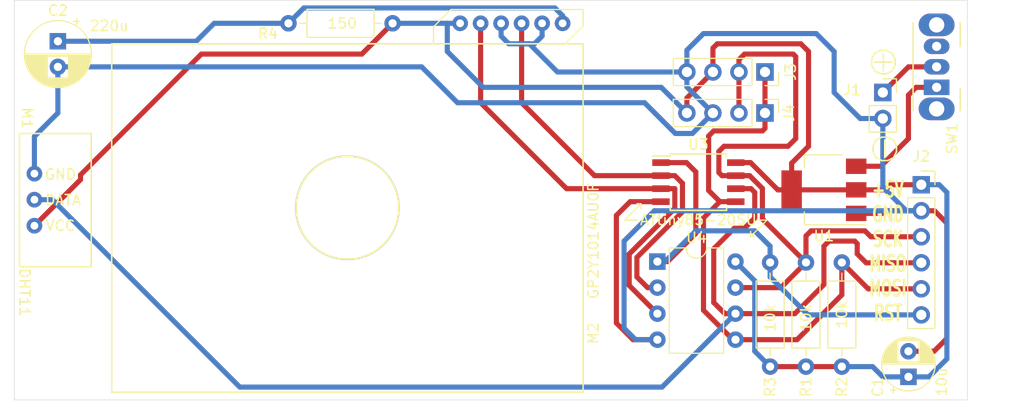
<source format=kicad_pcb>
(kicad_pcb (version 20171130) (host pcbnew "(5.1.10-1-10_14)")

  (general
    (thickness 1.6)
    (drawings 21)
    (tracks 198)
    (zones 0)
    (modules 17)
    (nets 12)
  )

  (page A4)
  (layers
    (0 F.Cu signal)
    (31 B.Cu signal)
    (32 B.Adhes user)
    (33 F.Adhes user)
    (34 B.Paste user)
    (35 F.Paste user)
    (36 B.SilkS user)
    (37 F.SilkS user)
    (38 B.Mask user)
    (39 F.Mask user)
    (40 Dwgs.User user)
    (41 Cmts.User user)
    (42 Eco1.User user)
    (43 Eco2.User user)
    (44 Edge.Cuts user)
    (45 Margin user)
    (46 B.CrtYd user)
    (47 F.CrtYd user)
    (48 B.Fab user)
    (49 F.Fab user)
  )

  (setup
    (last_trace_width 0.25)
    (user_trace_width 0.5)
    (user_trace_width 1)
    (trace_clearance 0.2)
    (zone_clearance 0.508)
    (zone_45_only no)
    (trace_min 0.2)
    (via_size 0.8)
    (via_drill 0.4)
    (via_min_size 0.4)
    (via_min_drill 0.3)
    (uvia_size 0.3)
    (uvia_drill 0.1)
    (uvias_allowed no)
    (uvia_min_size 0.2)
    (uvia_min_drill 0.1)
    (edge_width 0.05)
    (segment_width 0.2)
    (pcb_text_width 0.3)
    (pcb_text_size 1.5 1.5)
    (mod_edge_width 0.12)
    (mod_text_size 1 1)
    (mod_text_width 0.15)
    (pad_size 1.524 1.524)
    (pad_drill 0.762)
    (pad_to_mask_clearance 0)
    (aux_axis_origin 0 0)
    (visible_elements FFFFFF7F)
    (pcbplotparams
      (layerselection 0x010fc_ffffffff)
      (usegerberextensions false)
      (usegerberattributes true)
      (usegerberadvancedattributes true)
      (creategerberjobfile true)
      (excludeedgelayer true)
      (linewidth 0.100000)
      (plotframeref false)
      (viasonmask false)
      (mode 1)
      (useauxorigin false)
      (hpglpennumber 1)
      (hpglpenspeed 20)
      (hpglpendiameter 15.000000)
      (psnegative false)
      (psa4output false)
      (plotreference true)
      (plotvalue true)
      (plotinvisibletext false)
      (padsonsilk false)
      (subtractmaskfromsilk false)
      (outputformat 1)
      (mirror false)
      (drillshape 0)
      (scaleselection 1)
      (outputdirectory "gerber"))
  )

  (net 0 "")
  (net 1 GND)
  (net 2 +5V)
  (net 3 "Net-(C2-Pad1)")
  (net 4 "Net-(J1-Pad1)")
  (net 5 /RST)
  (net 6 /SDA)
  (net 7 /MISO)
  (net 8 /SCL)
  (net 9 /PB4)
  (net 10 /PB3)
  (net 11 "Net-(SW1-Pad1)")

  (net_class Default "This is the default net class."
    (clearance 0.2)
    (trace_width 0.25)
    (via_dia 0.8)
    (via_drill 0.4)
    (uvia_dia 0.3)
    (uvia_drill 0.1)
    (add_net +5V)
    (add_net /MISO)
    (add_net /PB3)
    (add_net /PB4)
    (add_net /RST)
    (add_net /SCL)
    (add_net /SDA)
    (add_net GND)
    (add_net "Net-(C2-Pad1)")
    (add_net "Net-(J1-Pad1)")
    (add_net "Net-(SW1-Pad1)")
  )

  (module MountingHole:MountingHole_3.2mm_M3 (layer F.Cu) (tedit 56D1B4CB) (tstamp 612619AE)
    (at 107.75 108.25)
    (descr "Mounting Hole 3.2mm, no annular, M3")
    (tags "mounting hole 3.2mm no annular m3")
    (path /6125D602)
    (attr virtual)
    (fp_text reference H1 (at 0 -4.2) (layer F.Fab)
      (effects (font (size 1 1) (thickness 0.15)))
    )
    (fp_text value MountingHole (at 0 4.2) (layer F.Fab)
      (effects (font (size 1 1) (thickness 0.15)))
    )
    (fp_circle (center 0 0) (end 3.45 0) (layer F.CrtYd) (width 0.05))
    (fp_circle (center 0 0) (end 3.2 0) (layer Cmts.User) (width 0.15))
    (fp_text user %R (at 0.3 0) (layer F.Fab)
      (effects (font (size 1 1) (thickness 0.15)))
    )
    (pad 1 np_thru_hole circle (at 0 0) (size 3.2 3.2) (drill 3.2) (layers *.Cu *.Mask))
  )

  (module Connector_PinSocket_2.54mm:PinSocket_1x04_P2.54mm_Vertical (layer F.Cu) (tedit 5A19A429) (tstamp 6123A8A7)
    (at 177.25 80 270)
    (descr "Through hole straight socket strip, 1x04, 2.54mm pitch, single row (from Kicad 4.0.7), script generated")
    (tags "Through hole socket strip THT 1x04 2.54mm single row")
    (path /6114F24C)
    (fp_text reference J3 (at 0 -2.5 90) (layer F.SilkS)
      (effects (font (size 1 1) (thickness 0.15)))
    )
    (fp_text value SSD1306 (at 0 10.39 90) (layer F.Fab)
      (effects (font (size 1 1) (thickness 0.15)))
    )
    (fp_line (start -1.8 9.4) (end -1.8 -1.8) (layer F.CrtYd) (width 0.05))
    (fp_line (start 1.75 9.4) (end -1.8 9.4) (layer F.CrtYd) (width 0.05))
    (fp_line (start 1.75 -1.8) (end 1.75 9.4) (layer F.CrtYd) (width 0.05))
    (fp_line (start -1.8 -1.8) (end 1.75 -1.8) (layer F.CrtYd) (width 0.05))
    (fp_line (start 0 -1.33) (end 1.33 -1.33) (layer F.SilkS) (width 0.12))
    (fp_line (start 1.33 -1.33) (end 1.33 0) (layer F.SilkS) (width 0.12))
    (fp_line (start 1.33 1.27) (end 1.33 8.95) (layer F.SilkS) (width 0.12))
    (fp_line (start -1.33 8.95) (end 1.33 8.95) (layer F.SilkS) (width 0.12))
    (fp_line (start -1.33 1.27) (end -1.33 8.95) (layer F.SilkS) (width 0.12))
    (fp_line (start -1.33 1.27) (end 1.33 1.27) (layer F.SilkS) (width 0.12))
    (fp_line (start -1.27 8.89) (end -1.27 -1.27) (layer F.Fab) (width 0.1))
    (fp_line (start 1.27 8.89) (end -1.27 8.89) (layer F.Fab) (width 0.1))
    (fp_line (start 1.27 -0.635) (end 1.27 8.89) (layer F.Fab) (width 0.1))
    (fp_line (start 0.635 -1.27) (end 1.27 -0.635) (layer F.Fab) (width 0.1))
    (fp_line (start -1.27 -1.27) (end 0.635 -1.27) (layer F.Fab) (width 0.1))
    (fp_text user %R (at 0 3.81) (layer F.Fab)
      (effects (font (size 1 1) (thickness 0.15)))
    )
    (pad 4 thru_hole oval (at 0 7.62 270) (size 1.7 1.7) (drill 1) (layers *.Cu *.Mask)
      (net 1 GND))
    (pad 3 thru_hole oval (at 0 5.08 270) (size 1.7 1.7) (drill 1) (layers *.Cu *.Mask)
      (net 2 +5V))
    (pad 2 thru_hole oval (at 0 2.54 270) (size 1.7 1.7) (drill 1) (layers *.Cu *.Mask)
      (net 8 /SCL))
    (pad 1 thru_hole rect (at 0 0 270) (size 1.7 1.7) (drill 1) (layers *.Cu *.Mask)
      (net 6 /SDA))
    (model ${KISYS3DMOD}/Connector_PinSocket_2.54mm.3dshapes/PinSocket_1x04_P2.54mm_Vertical.wrl
      (at (xyz 0 0 0))
      (scale (xyz 1 1 1))
      (rotate (xyz 0 0 0))
    )
    (model "./oled_0_96. wrl"
      (offset (xyz -1.5 -4 9.5))
      (scale (xyz 0.39 0.39 0.39))
      (rotate (xyz -90 0 -90))
    )
  )

  (module tiny85_project.pretty:DHT11 (layer F.Cu) (tedit 61235271) (tstamp 6123543D)
    (at 104.5 86 270)
    (path /6126FA3A)
    (fp_text reference M1 (at -1.5 -0.75 270 unlocked) (layer F.SilkS)
      (effects (font (size 1 1) (thickness 0.15)))
    )
    (fp_text value DHT11 (at 15.5 -0.5 270 unlocked) (layer F.SilkS)
      (effects (font (size 1 1) (thickness 0.15)))
    )
    (fp_line (start 0 -7) (end 0 0) (layer F.SilkS) (width 0.15))
    (fp_line (start 13 -7) (end 0 -7) (layer F.SilkS) (width 0.15))
    (fp_line (start 13 0) (end 13 -7) (layer F.SilkS) (width 0.15))
    (fp_line (start 0 0) (end 13 0) (layer F.SilkS) (width 0.15))
    (fp_text user VCC (at 9 -4) (layer F.SilkS)
      (effects (font (size 1 1) (thickness 0.15)))
    )
    (fp_text user DATA (at 6.5 -4.25) (layer F.SilkS)
      (effects (font (size 1 1) (thickness 0.15)))
    )
    (fp_text user GND (at 4 -4) (layer F.SilkS)
      (effects (font (size 1 1) (thickness 0.15)))
    )
    (pad 3 thru_hole circle (at 3.92 -1.46 90) (size 1.524 1.524) (drill 0.762) (layers *.Cu *.Mask)
      (net 1 GND))
    (pad 2 thru_hole circle (at 6.46 -1.46 90) (size 1.524 1.524) (drill 0.762) (layers *.Cu *.Mask)
      (net 7 /MISO))
    (pad 1 thru_hole circle (at 9 -1.46 90) (size 1.524 1.524) (drill 0.762) (layers *.Cu *.Mask)
      (net 2 +5V))
    (model "./DHT-11. wrl"
      (offset (xyz 9.199999999999999 -0.3 0.5))
      (scale (xyz 0.39 0.39 0.39))
      (rotate (xyz 0 0 0))
    )
    (model ${KISYS3DMOD}/Connector_PinSocket_2.54mm.3dshapes/PinSocket_1x03_P2.54mm_Vertical.wrl
      (offset (xyz 9 1.5 0))
      (scale (xyz 1 1 1))
      (rotate (xyz 0 0 90))
    )
  )

  (module Package_DIP:DIP-8_W7.62mm (layer F.Cu) (tedit 5A02E8C5) (tstamp 6123A9DB)
    (at 166.75 98.5)
    (descr "8-lead though-hole mounted DIP package, row spacing 7.62 mm (300 mils)")
    (tags "THT DIP DIL PDIP 2.54mm 7.62mm 300mil")
    (path /6128F85C)
    (fp_text reference U4 (at 3.81 -2.33) (layer F.SilkS)
      (effects (font (size 1 1) (thickness 0.15)))
    )
    (fp_text value ATtiny85-20PU (at 3.81 9.95) (layer F.Fab)
      (effects (font (size 1 1) (thickness 0.15)))
    )
    (fp_line (start 1.635 -1.27) (end 6.985 -1.27) (layer F.Fab) (width 0.1))
    (fp_line (start 6.985 -1.27) (end 6.985 8.89) (layer F.Fab) (width 0.1))
    (fp_line (start 6.985 8.89) (end 0.635 8.89) (layer F.Fab) (width 0.1))
    (fp_line (start 0.635 8.89) (end 0.635 -0.27) (layer F.Fab) (width 0.1))
    (fp_line (start 0.635 -0.27) (end 1.635 -1.27) (layer F.Fab) (width 0.1))
    (fp_line (start 2.81 -1.33) (end 1.16 -1.33) (layer F.SilkS) (width 0.12))
    (fp_line (start 1.16 -1.33) (end 1.16 8.95) (layer F.SilkS) (width 0.12))
    (fp_line (start 1.16 8.95) (end 6.46 8.95) (layer F.SilkS) (width 0.12))
    (fp_line (start 6.46 8.95) (end 6.46 -1.33) (layer F.SilkS) (width 0.12))
    (fp_line (start 6.46 -1.33) (end 4.81 -1.33) (layer F.SilkS) (width 0.12))
    (fp_line (start -1.1 -1.55) (end -1.1 9.15) (layer F.CrtYd) (width 0.05))
    (fp_line (start -1.1 9.15) (end 8.7 9.15) (layer F.CrtYd) (width 0.05))
    (fp_line (start 8.7 9.15) (end 8.7 -1.55) (layer F.CrtYd) (width 0.05))
    (fp_line (start 8.7 -1.55) (end -1.1 -1.55) (layer F.CrtYd) (width 0.05))
    (fp_text user %R (at 3.81 3.81) (layer F.Fab)
      (effects (font (size 1 1) (thickness 0.15)))
    )
    (fp_arc (start 3.81 -1.33) (end 2.81 -1.33) (angle -180) (layer F.SilkS) (width 0.12))
    (pad 8 thru_hole oval (at 7.62 0) (size 1.6 1.6) (drill 0.8) (layers *.Cu *.Mask)
      (net 2 +5V))
    (pad 4 thru_hole oval (at 0 7.62) (size 1.6 1.6) (drill 0.8) (layers *.Cu *.Mask)
      (net 1 GND))
    (pad 7 thru_hole oval (at 7.62 2.54) (size 1.6 1.6) (drill 0.8) (layers *.Cu *.Mask)
      (net 8 /SCL))
    (pad 3 thru_hole oval (at 0 5.08) (size 1.6 1.6) (drill 0.8) (layers *.Cu *.Mask)
      (net 9 /PB4))
    (pad 6 thru_hole oval (at 7.62 5.08) (size 1.6 1.6) (drill 0.8) (layers *.Cu *.Mask)
      (net 7 /MISO))
    (pad 2 thru_hole oval (at 0 2.54) (size 1.6 1.6) (drill 0.8) (layers *.Cu *.Mask)
      (net 10 /PB3))
    (pad 5 thru_hole oval (at 7.62 7.62) (size 1.6 1.6) (drill 0.8) (layers *.Cu *.Mask)
      (net 6 /SDA))
    (pad 1 thru_hole rect (at 0 0) (size 1.6 1.6) (drill 0.8) (layers *.Cu *.Mask)
      (net 5 /RST))
    (model "${KISYS3DMOD}/Package_DIP.3dshapes/DIP-8_W7.62mm. wrl"
      (at (xyz 0 0 0))
      (scale (xyz 1 1 1))
      (rotate (xyz 0 0 0))
    )
  )

  (module Package_SO:SOIJ-8_5.3x5.3mm_P1.27mm (layer F.Cu) (tedit 5A02F2D3) (tstamp 6123A9BF)
    (at 170.75 90.75)
    (descr "8-Lead Plastic Small Outline (SM) - Medium, 5.28 mm Body [SOIC] (see Microchip Packaging Specification 00000049BS.pdf)")
    (tags "SOIC 1.27")
    (path /6128F869)
    (attr smd)
    (fp_text reference U3 (at 0 -3.68) (layer F.SilkS)
      (effects (font (size 1 1) (thickness 0.15)))
    )
    (fp_text value ATtiny85-20SU (at 0 3.68) (layer F.SilkS)
      (effects (font (size 1 1) (thickness 0.15)))
    )
    (fp_line (start -1.65 -2.65) (end 2.65 -2.65) (layer F.Fab) (width 0.15))
    (fp_line (start 2.65 -2.65) (end 2.65 2.65) (layer F.Fab) (width 0.15))
    (fp_line (start 2.65 2.65) (end -2.65 2.65) (layer F.Fab) (width 0.15))
    (fp_line (start -2.65 2.65) (end -2.65 -1.65) (layer F.Fab) (width 0.15))
    (fp_line (start -2.65 -1.65) (end -1.65 -2.65) (layer F.Fab) (width 0.15))
    (fp_line (start -4.75 -2.95) (end -4.75 2.95) (layer F.CrtYd) (width 0.05))
    (fp_line (start 4.75 -2.95) (end 4.75 2.95) (layer F.CrtYd) (width 0.05))
    (fp_line (start -4.75 -2.95) (end 4.75 -2.95) (layer F.CrtYd) (width 0.05))
    (fp_line (start -4.75 2.95) (end 4.75 2.95) (layer F.CrtYd) (width 0.05))
    (fp_line (start -2.75 -2.755) (end -2.75 -2.55) (layer F.SilkS) (width 0.15))
    (fp_line (start 2.75 -2.755) (end 2.75 -2.455) (layer F.SilkS) (width 0.15))
    (fp_line (start 2.75 2.755) (end 2.75 2.455) (layer F.SilkS) (width 0.15))
    (fp_line (start -2.75 2.755) (end -2.75 2.455) (layer F.SilkS) (width 0.15))
    (fp_line (start -2.75 -2.755) (end 2.75 -2.755) (layer F.SilkS) (width 0.15))
    (fp_line (start -2.75 2.755) (end 2.75 2.755) (layer F.SilkS) (width 0.15))
    (fp_line (start -2.75 -2.55) (end -4.5 -2.55) (layer F.SilkS) (width 0.15))
    (fp_text user %R (at 0 0) (layer F.Fab)
      (effects (font (size 1 1) (thickness 0.15)))
    )
    (pad 8 smd rect (at 3.65 -1.905) (size 1.7 0.65) (layers F.Cu F.Paste F.Mask)
      (net 2 +5V))
    (pad 7 smd rect (at 3.65 -0.635) (size 1.7 0.65) (layers F.Cu F.Paste F.Mask)
      (net 8 /SCL))
    (pad 6 smd rect (at 3.65 0.635) (size 1.7 0.65) (layers F.Cu F.Paste F.Mask)
      (net 7 /MISO))
    (pad 5 smd rect (at 3.65 1.905) (size 1.7 0.65) (layers F.Cu F.Paste F.Mask)
      (net 6 /SDA))
    (pad 4 smd rect (at -3.65 1.905) (size 1.7 0.65) (layers F.Cu F.Paste F.Mask)
      (net 1 GND))
    (pad 3 smd rect (at -3.65 0.635) (size 1.7 0.65) (layers F.Cu F.Paste F.Mask)
      (net 9 /PB4))
    (pad 2 smd rect (at -3.65 -0.635) (size 1.7 0.65) (layers F.Cu F.Paste F.Mask)
      (net 10 /PB3))
    (pad 1 smd rect (at -3.65 -1.905) (size 1.7 0.65) (layers F.Cu F.Paste F.Mask)
      (net 5 /RST))
    (model ${KISYS3DMOD}/Package_SO.3dshapes/SOIJ-8_5.3x5.3mm_P1.27mm.wrl
      (at (xyz 0 0 0))
      (scale (xyz 1 1 1))
      (rotate (xyz 0 0 0))
    )
  )

  (module tiny85_project.pretty:SW_CuK_OS102011MA1QN1_SPDT_Angled (layer F.Cu) (tedit 5A02FE31) (tstamp 6123A978)
    (at 194 81.5 90)
    (descr "CuK miniature slide switch, OS series, SPDT, right angle, http://www.ckswitches.com/media/1428/os.pdf")
    (tags "switch SPDT")
    (path /6128F868)
    (fp_text reference SW1 (at -5 1.5 90) (layer F.SilkS)
      (effects (font (size 1 1) (thickness 0.15)))
    )
    (fp_text value SW_SPST (at 1.7 7.7 90) (layer F.Fab)
      (effects (font (size 1 1) (thickness 0.15)))
    )
    (fp_line (start -3.7 -2.7) (end 7.7 -2.7) (layer F.CrtYd) (width 0.05))
    (fp_line (start -3.7 6.7) (end -3.7 -2.7) (layer F.CrtYd) (width 0.05))
    (fp_line (start 7.7 6.7) (end -3.7 6.7) (layer F.CrtYd) (width 0.05))
    (fp_line (start 7.7 -2.7) (end 7.7 6.7) (layer F.CrtYd) (width 0.05))
    (fp_line (start 4 2.3) (end 6.3 2.3) (layer F.SilkS) (width 0.15))
    (fp_line (start -2.3 2.3) (end -0.1 2.3) (layer F.SilkS) (width 0.15))
    (fp_line (start -2.3 -2.3) (end 6.3 -2.3) (layer F.SilkS) (width 0.15))
    (fp_line (start 0 6.2) (end 0 2.2) (layer F.Fab) (width 0.1))
    (fp_line (start 2 6.2) (end 0 6.2) (layer F.Fab) (width 0.1))
    (fp_line (start 2 2.2) (end 2 6.2) (layer F.Fab) (width 0.1))
    (fp_line (start 6.3 2.2) (end 6.3 -2.2) (layer F.Fab) (width 0.1))
    (fp_line (start -2.3 2.2) (end 6.3 2.2) (layer F.Fab) (width 0.1))
    (fp_line (start -2.3 -2.2) (end -2.3 2.2) (layer F.Fab) (width 0.1))
    (fp_line (start -2.3 -2.2) (end 6.3 -2.2) (layer F.Fab) (width 0.1))
    (fp_text user %R (at 2.3 1.7 90) (layer F.Fab)
      (effects (font (size 0.5 0.5) (thickness 0.1)))
    )
    (pad "" thru_hole oval (at 6.1 0 90) (size 2.2 3.5) (drill 1.5) (layers *.Cu *.Mask))
    (pad "" thru_hole oval (at -2.1 0 90) (size 2.2 3.5) (drill 1.5) (layers *.Cu *.Mask))
    (pad 3 thru_hole oval (at 4 0 90) (size 1.5 2.5) (drill 0.9) (layers *.Cu *.Mask))
    (pad 2 thru_hole oval (at 2 0 90) (size 1.5 2.5) (drill 0.9) (layers *.Cu *.Mask)
      (net 4 "Net-(J1-Pad1)"))
    (pad 1 thru_hole rect (at 0 0 90) (size 1.5 2.5) (drill 0.9) (layers *.Cu *.Mask)
      (net 11 "Net-(SW1-Pad1)"))
    (model ${KISYS3DMOD}/Button_Switch_THT.3dshapes/SW_CuK_OS102011MA1QN1_SPDT_Angled.wrl
      (at (xyz 0 0 0))
      (scale (xyz 1 1 1))
      (rotate (xyz 0 0 0))
    )
    (model ${KISYS3DMOD}/Button_Switch_THT.3dshapes/SW_CuK_JS202011AQN_DPDT_Angled.wrl
      (at (xyz 0 0 0))
      (scale (xyz 1 1 1))
      (rotate (xyz 0 0 0))
    )
  )

  (module Resistor_THT:R_Axial_DIN0207_L6.3mm_D2.5mm_P10.16mm_Horizontal (layer F.Cu) (tedit 5AE5139B) (tstamp 6123A934)
    (at 177.75 108.75 90)
    (descr "Resistor, Axial_DIN0207 series, Axial, Horizontal, pin pitch=10.16mm, 0.25W = 1/4W, length*diameter=6.3*2.5mm^2, http://cdn-reichelt.de/documents/datenblatt/B400/1_4W%23YAG.pdf")
    (tags "Resistor Axial_DIN0207 series Axial Horizontal pin pitch 10.16mm 0.25W = 1/4W length 6.3mm diameter 2.5mm")
    (path /6128F86E)
    (fp_text reference R3 (at -2 0 90) (layer F.SilkS)
      (effects (font (size 1 1) (thickness 0.15)))
    )
    (fp_text value 10k (at 4.75 0 90) (layer F.SilkS)
      (effects (font (size 1 1) (thickness 0.15)))
    )
    (fp_line (start 1.93 -1.25) (end 1.93 1.25) (layer F.Fab) (width 0.1))
    (fp_line (start 1.93 1.25) (end 8.23 1.25) (layer F.Fab) (width 0.1))
    (fp_line (start 8.23 1.25) (end 8.23 -1.25) (layer F.Fab) (width 0.1))
    (fp_line (start 8.23 -1.25) (end 1.93 -1.25) (layer F.Fab) (width 0.1))
    (fp_line (start 0 0) (end 1.93 0) (layer F.Fab) (width 0.1))
    (fp_line (start 10.16 0) (end 8.23 0) (layer F.Fab) (width 0.1))
    (fp_line (start 1.81 -1.37) (end 1.81 1.37) (layer F.SilkS) (width 0.12))
    (fp_line (start 1.81 1.37) (end 8.35 1.37) (layer F.SilkS) (width 0.12))
    (fp_line (start 8.35 1.37) (end 8.35 -1.37) (layer F.SilkS) (width 0.12))
    (fp_line (start 8.35 -1.37) (end 1.81 -1.37) (layer F.SilkS) (width 0.12))
    (fp_line (start 1.04 0) (end 1.81 0) (layer F.SilkS) (width 0.12))
    (fp_line (start 9.12 0) (end 8.35 0) (layer F.SilkS) (width 0.12))
    (fp_line (start -1.05 -1.5) (end -1.05 1.5) (layer F.CrtYd) (width 0.05))
    (fp_line (start -1.05 1.5) (end 11.21 1.5) (layer F.CrtYd) (width 0.05))
    (fp_line (start 11.21 1.5) (end 11.21 -1.5) (layer F.CrtYd) (width 0.05))
    (fp_line (start 11.21 -1.5) (end -1.05 -1.5) (layer F.CrtYd) (width 0.05))
    (fp_text user %R (at 5.08 0 90) (layer F.Fab)
      (effects (font (size 1 1) (thickness 0.15)))
    )
    (pad 2 thru_hole oval (at 10.16 0 90) (size 1.6 1.6) (drill 0.8) (layers *.Cu *.Mask)
      (net 5 /RST))
    (pad 1 thru_hole circle (at 0 0 90) (size 1.6 1.6) (drill 0.8) (layers *.Cu *.Mask)
      (net 2 +5V))
    (model ${KISYS3DMOD}/Resistor_THT.3dshapes/R_Axial_DIN0207_L6.3mm_D2.5mm_P10.16mm_Horizontal.wrl
      (at (xyz 0 0 0))
      (scale (xyz 1 1 1))
      (rotate (xyz 0 0 0))
    )
  )

  (module Resistor_THT:R_Axial_DIN0207_L6.3mm_D2.5mm_P10.16mm_Horizontal (layer F.Cu) (tedit 5AE5139B) (tstamp 6123A91D)
    (at 184.75 108.75 90)
    (descr "Resistor, Axial_DIN0207 series, Axial, Horizontal, pin pitch=10.16mm, 0.25W = 1/4W, length*diameter=6.3*2.5mm^2, http://cdn-reichelt.de/documents/datenblatt/B400/1_4W%23YAG.pdf")
    (tags "Resistor Axial_DIN0207 series Axial Horizontal pin pitch 10.16mm 0.25W = 1/4W length 6.3mm diameter 2.5mm")
    (path /6128F86D)
    (fp_text reference R2 (at -2 0 90) (layer F.SilkS)
      (effects (font (size 1 1) (thickness 0.15)))
    )
    (fp_text value 10k (at 5.08 0 90) (layer F.SilkS)
      (effects (font (size 1 1) (thickness 0.15)))
    )
    (fp_line (start 1.93 -1.25) (end 1.93 1.25) (layer F.Fab) (width 0.1))
    (fp_line (start 1.93 1.25) (end 8.23 1.25) (layer F.Fab) (width 0.1))
    (fp_line (start 8.23 1.25) (end 8.23 -1.25) (layer F.Fab) (width 0.1))
    (fp_line (start 8.23 -1.25) (end 1.93 -1.25) (layer F.Fab) (width 0.1))
    (fp_line (start 0 0) (end 1.93 0) (layer F.Fab) (width 0.1))
    (fp_line (start 10.16 0) (end 8.23 0) (layer F.Fab) (width 0.1))
    (fp_line (start 1.81 -1.37) (end 1.81 1.37) (layer F.SilkS) (width 0.12))
    (fp_line (start 1.81 1.37) (end 8.35 1.37) (layer F.SilkS) (width 0.12))
    (fp_line (start 8.35 1.37) (end 8.35 -1.37) (layer F.SilkS) (width 0.12))
    (fp_line (start 8.35 -1.37) (end 1.81 -1.37) (layer F.SilkS) (width 0.12))
    (fp_line (start 1.04 0) (end 1.81 0) (layer F.SilkS) (width 0.12))
    (fp_line (start 9.12 0) (end 8.35 0) (layer F.SilkS) (width 0.12))
    (fp_line (start -1.05 -1.5) (end -1.05 1.5) (layer F.CrtYd) (width 0.05))
    (fp_line (start -1.05 1.5) (end 11.21 1.5) (layer F.CrtYd) (width 0.05))
    (fp_line (start 11.21 1.5) (end 11.21 -1.5) (layer F.CrtYd) (width 0.05))
    (fp_line (start 11.21 -1.5) (end -1.05 -1.5) (layer F.CrtYd) (width 0.05))
    (fp_text user %R (at 5.08 0 90) (layer F.Fab)
      (effects (font (size 1 1) (thickness 0.15)))
    )
    (pad 2 thru_hole oval (at 10.16 0 90) (size 1.6 1.6) (drill 0.8) (layers *.Cu *.Mask)
      (net 6 /SDA))
    (pad 1 thru_hole circle (at 0 0 90) (size 1.6 1.6) (drill 0.8) (layers *.Cu *.Mask)
      (net 2 +5V))
    (model ${KISYS3DMOD}/Resistor_THT.3dshapes/R_Axial_DIN0207_L6.3mm_D2.5mm_P10.16mm_Horizontal.wrl
      (at (xyz 0 0 0))
      (scale (xyz 1 1 1))
      (rotate (xyz 0 0 0))
    )
  )

  (module Resistor_THT:R_Axial_DIN0207_L6.3mm_D2.5mm_P10.16mm_Horizontal (layer F.Cu) (tedit 5AE5139B) (tstamp 6123A906)
    (at 181.25 108.75 90)
    (descr "Resistor, Axial_DIN0207 series, Axial, Horizontal, pin pitch=10.16mm, 0.25W = 1/4W, length*diameter=6.3*2.5mm^2, http://cdn-reichelt.de/documents/datenblatt/B400/1_4W%23YAG.pdf")
    (tags "Resistor Axial_DIN0207 series Axial Horizontal pin pitch 10.16mm 0.25W = 1/4W length 6.3mm diameter 2.5mm")
    (path /6128F86C)
    (fp_text reference R1 (at -2 0 90) (layer F.SilkS)
      (effects (font (size 1 1) (thickness 0.15)))
    )
    (fp_text value 10k (at 4.75 0 90) (layer F.SilkS)
      (effects (font (size 1 1) (thickness 0.15)))
    )
    (fp_line (start 1.93 -1.25) (end 1.93 1.25) (layer F.Fab) (width 0.1))
    (fp_line (start 1.93 1.25) (end 8.23 1.25) (layer F.Fab) (width 0.1))
    (fp_line (start 8.23 1.25) (end 8.23 -1.25) (layer F.Fab) (width 0.1))
    (fp_line (start 8.23 -1.25) (end 1.93 -1.25) (layer F.Fab) (width 0.1))
    (fp_line (start 0 0) (end 1.93 0) (layer F.Fab) (width 0.1))
    (fp_line (start 10.16 0) (end 8.23 0) (layer F.Fab) (width 0.1))
    (fp_line (start 1.81 -1.37) (end 1.81 1.37) (layer F.SilkS) (width 0.12))
    (fp_line (start 1.81 1.37) (end 8.35 1.37) (layer F.SilkS) (width 0.12))
    (fp_line (start 8.35 1.37) (end 8.35 -1.37) (layer F.SilkS) (width 0.12))
    (fp_line (start 8.35 -1.37) (end 1.81 -1.37) (layer F.SilkS) (width 0.12))
    (fp_line (start 1.04 0) (end 1.81 0) (layer F.SilkS) (width 0.12))
    (fp_line (start 9.12 0) (end 8.35 0) (layer F.SilkS) (width 0.12))
    (fp_line (start -1.05 -1.5) (end -1.05 1.5) (layer F.CrtYd) (width 0.05))
    (fp_line (start -1.05 1.5) (end 11.21 1.5) (layer F.CrtYd) (width 0.05))
    (fp_line (start 11.21 1.5) (end 11.21 -1.5) (layer F.CrtYd) (width 0.05))
    (fp_line (start 11.21 -1.5) (end -1.05 -1.5) (layer F.CrtYd) (width 0.05))
    (fp_text user %R (at 5.08 0 90) (layer F.Fab)
      (effects (font (size 1 1) (thickness 0.15)))
    )
    (pad 2 thru_hole oval (at 10.16 0 90) (size 1.6 1.6) (drill 0.8) (layers *.Cu *.Mask)
      (net 8 /SCL))
    (pad 1 thru_hole circle (at 0 0 90) (size 1.6 1.6) (drill 0.8) (layers *.Cu *.Mask)
      (net 2 +5V))
    (model ${KISYS3DMOD}/Resistor_THT.3dshapes/R_Axial_DIN0207_L6.3mm_D2.5mm_P10.16mm_Horizontal.wrl
      (at (xyz 0 0 0))
      (scale (xyz 1 1 1))
      (rotate (xyz 0 0 0))
    )
  )

  (module Connector_PinHeader_2.54mm:PinHeader_1x04_P2.54mm_Vertical (layer F.Cu) (tedit 59FED5CC) (tstamp 6123A8BF)
    (at 177.25 84 270)
    (descr "Through hole straight pin header, 1x04, 2.54mm pitch, single row")
    (tags "Through hole pin header THT 1x04 2.54mm single row")
    (path /611B989E)
    (fp_text reference J4 (at 0 -2.33 90) (layer F.SilkS)
      (effects (font (size 1 1) (thickness 0.15)))
    )
    (fp_text value SSD1306 (at 0 9.95 90) (layer F.Fab)
      (effects (font (size 1 1) (thickness 0.15)))
    )
    (fp_line (start -0.635 -1.27) (end 1.27 -1.27) (layer F.Fab) (width 0.1))
    (fp_line (start 1.27 -1.27) (end 1.27 8.89) (layer F.Fab) (width 0.1))
    (fp_line (start 1.27 8.89) (end -1.27 8.89) (layer F.Fab) (width 0.1))
    (fp_line (start -1.27 8.89) (end -1.27 -0.635) (layer F.Fab) (width 0.1))
    (fp_line (start -1.27 -0.635) (end -0.635 -1.27) (layer F.Fab) (width 0.1))
    (fp_line (start -1.33 8.95) (end 1.33 8.95) (layer F.SilkS) (width 0.12))
    (fp_line (start -1.33 1.27) (end -1.33 8.95) (layer F.SilkS) (width 0.12))
    (fp_line (start 1.33 1.27) (end 1.33 8.95) (layer F.SilkS) (width 0.12))
    (fp_line (start -1.33 1.27) (end 1.33 1.27) (layer F.SilkS) (width 0.12))
    (fp_line (start -1.33 0) (end -1.33 -1.33) (layer F.SilkS) (width 0.12))
    (fp_line (start -1.33 -1.33) (end 0 -1.33) (layer F.SilkS) (width 0.12))
    (fp_line (start -1.8 -1.8) (end -1.8 9.4) (layer F.CrtYd) (width 0.05))
    (fp_line (start -1.8 9.4) (end 1.8 9.4) (layer F.CrtYd) (width 0.05))
    (fp_line (start 1.8 9.4) (end 1.8 -1.8) (layer F.CrtYd) (width 0.05))
    (fp_line (start 1.8 -1.8) (end -1.8 -1.8) (layer F.CrtYd) (width 0.05))
    (fp_text user %R (at 0 3.81) (layer F.Fab)
      (effects (font (size 1 1) (thickness 0.15)))
    )
    (pad 4 thru_hole oval (at 0 7.62 270) (size 1.7 1.7) (drill 1) (layers *.Cu *.Mask)
      (net 2 +5V))
    (pad 3 thru_hole oval (at 0 5.08 270) (size 1.7 1.7) (drill 1) (layers *.Cu *.Mask)
      (net 1 GND))
    (pad 2 thru_hole oval (at 0 2.54 270) (size 1.7 1.7) (drill 1) (layers *.Cu *.Mask)
      (net 8 /SCL))
    (pad 1 thru_hole rect (at 0 0 270) (size 1.7 1.7) (drill 1) (layers *.Cu *.Mask)
      (net 6 /SDA))
  )

  (module tiny85_project.pretty:GP2Y1014AU0F (layer F.Cu) (tedit 61231DA4) (tstamp 6123F554)
    (at 159.5 77.25 180)
    (path /61270E7F)
    (fp_text reference M2 (at -1 -28.25 90) (layer F.SilkS)
      (effects (font (size 1 1) (thickness 0.15)))
    )
    (fp_text value GP2Y1014AU0F (at -1 -19.25 90) (layer F.SilkS)
      (effects (font (size 1 1) (thickness 0.15)))
    )
    (fp_circle (center 23 -16) (end 28 -16) (layer F.SilkS) (width 0.15))
    (fp_line (start 0 0) (end 46 0) (layer F.SilkS) (width 0.15))
    (fp_line (start 46 0) (end 46 -34) (layer F.SilkS) (width 0.15))
    (fp_line (start 46 -34) (end 0 -34) (layer F.SilkS) (width 0.15))
    (fp_line (start 0 -34) (end 0 0) (layer F.SilkS) (width 0.15))
    (pad 6 thru_hole circle (at 12 2 180) (size 1.524 1.524) (drill 0.762) (layers *.Cu *.Mask)
      (net 2 +5V))
    (pad 5 thru_hole circle (at 10 2 180) (size 1.524 1.524) (drill 0.762) (layers *.Cu *.Mask)
      (net 9 /PB4))
    (pad 4 thru_hole circle (at 8 2 180) (size 1.524 1.524) (drill 0.762) (layers *.Cu *.Mask)
      (net 1 GND))
    (pad 3 thru_hole circle (at 6 2 180) (size 1.524 1.524) (drill 0.762) (layers *.Cu *.Mask)
      (net 10 /PB3))
    (pad 2 thru_hole circle (at 4 2 180) (size 1.524 1.524) (drill 0.762) (layers *.Cu *.Mask)
      (net 1 GND))
    (pad 1 thru_hole circle (at 2 2 180) (size 1.524 1.524) (drill 0.762) (layers *.Cu *.Mask)
      (net 3 "Net-(C2-Pad1)"))
    (model GP2Y1014AU0F.wrl
      (offset (xyz 45 12 0))
      (scale (xyz 0.39 0.39 0.39))
      (rotate (xyz 0 0 90))
    )
  )

  (module Package_TO_SOT_SMD:SOT-223-3_TabPin2 (layer F.Cu) (tedit 5A02FF57) (tstamp 6123798B)
    (at 183 91.5 180)
    (descr "module CMS SOT223 4 pins")
    (tags "CMS SOT")
    (path /6125BF30)
    (attr smd)
    (fp_text reference U1 (at 0 -4.5) (layer F.SilkS)
      (effects (font (size 1 1) (thickness 0.15)))
    )
    (fp_text value LT1117-5.0 (at 0 4.5) (layer F.Fab)
      (effects (font (size 1 1) (thickness 0.15)))
    )
    (fp_line (start 1.85 -3.35) (end 1.85 3.35) (layer F.Fab) (width 0.1))
    (fp_line (start -1.85 3.35) (end 1.85 3.35) (layer F.Fab) (width 0.1))
    (fp_line (start -4.1 -3.41) (end 1.91 -3.41) (layer F.SilkS) (width 0.12))
    (fp_line (start -0.85 -3.35) (end 1.85 -3.35) (layer F.Fab) (width 0.1))
    (fp_line (start -1.85 3.41) (end 1.91 3.41) (layer F.SilkS) (width 0.12))
    (fp_line (start -1.85 -2.35) (end -1.85 3.35) (layer F.Fab) (width 0.1))
    (fp_line (start -1.85 -2.35) (end -0.85 -3.35) (layer F.Fab) (width 0.1))
    (fp_line (start -4.4 -3.6) (end -4.4 3.6) (layer F.CrtYd) (width 0.05))
    (fp_line (start -4.4 3.6) (end 4.4 3.6) (layer F.CrtYd) (width 0.05))
    (fp_line (start 4.4 3.6) (end 4.4 -3.6) (layer F.CrtYd) (width 0.05))
    (fp_line (start 4.4 -3.6) (end -4.4 -3.6) (layer F.CrtYd) (width 0.05))
    (fp_line (start 1.91 -3.41) (end 1.91 -2.15) (layer F.SilkS) (width 0.12))
    (fp_line (start 1.91 3.41) (end 1.91 2.15) (layer F.SilkS) (width 0.12))
    (fp_text user %R (at 0 0 90) (layer F.Fab)
      (effects (font (size 0.8 0.8) (thickness 0.12)))
    )
    (pad 1 smd rect (at -3.15 -2.3 180) (size 2 1.5) (layers F.Cu F.Paste F.Mask)
      (net 1 GND))
    (pad 3 smd rect (at -3.15 2.3 180) (size 2 1.5) (layers F.Cu F.Paste F.Mask)
      (net 11 "Net-(SW1-Pad1)"))
    (pad 2 smd rect (at -3.15 0 180) (size 2 1.5) (layers F.Cu F.Paste F.Mask)
      (net 2 +5V))
    (pad 2 smd rect (at 3.15 0 180) (size 2 3.8) (layers F.Cu F.Paste F.Mask)
      (net 2 +5V))
    (model ${KISYS3DMOD}/Package_TO_SOT_SMD.3dshapes/SOT-223.wrl
      (at (xyz 0 0 0))
      (scale (xyz 1 1 1))
      (rotate (xyz 0 0 0))
    )
  )

  (module tiny85_project.pretty:R_Axial_DIN0207_L6.3mm_D2.5mm_P10.16mm_Horizontal (layer F.Cu) (tedit 5AE5139B) (tstamp 6123795D)
    (at 130.75 75.25)
    (descr "Resistor, Axial_DIN0207 series, Axial, Horizontal, pin pitch=10.16mm, 0.25W = 1/4W, length*diameter=6.3*2.5mm^2, http://cdn-reichelt.de/documents/datenblatt/B400/1_4W%23YAG.pdf")
    (tags "Resistor Axial_DIN0207 series Axial Horizontal pin pitch 10.16mm 0.25W = 1/4W length 6.3mm diameter 2.5mm")
    (path /61277161)
    (fp_text reference R4 (at -2 1 180) (layer F.SilkS)
      (effects (font (size 1 1) (thickness 0.15)))
    )
    (fp_text value 150 (at 5.25 0 180) (layer F.SilkS)
      (effects (font (size 1 1) (thickness 0.15)))
    )
    (fp_line (start 1.93 -1.25) (end 1.93 1.25) (layer F.Fab) (width 0.1))
    (fp_line (start 1.93 1.25) (end 8.23 1.25) (layer F.Fab) (width 0.1))
    (fp_line (start 8.23 1.25) (end 8.23 -1.25) (layer F.Fab) (width 0.1))
    (fp_line (start 8.23 -1.25) (end 1.93 -1.25) (layer F.Fab) (width 0.1))
    (fp_line (start 0 0) (end 1.93 0) (layer F.Fab) (width 0.1))
    (fp_line (start 10.16 0) (end 8.23 0) (layer F.Fab) (width 0.1))
    (fp_line (start 1.81 -1.37) (end 1.81 1.37) (layer F.SilkS) (width 0.12))
    (fp_line (start 1.81 1.37) (end 8.35 1.37) (layer F.SilkS) (width 0.12))
    (fp_line (start 8.35 1.37) (end 8.35 -1.37) (layer F.SilkS) (width 0.12))
    (fp_line (start 8.35 -1.37) (end 1.81 -1.37) (layer F.SilkS) (width 0.12))
    (fp_line (start 1.04 0) (end 1.81 0) (layer F.SilkS) (width 0.12))
    (fp_line (start 9.12 0) (end 8.35 0) (layer F.SilkS) (width 0.12))
    (fp_line (start -1.05 -1.5) (end -1.05 1.5) (layer F.CrtYd) (width 0.05))
    (fp_line (start -1.05 1.5) (end 11.21 1.5) (layer F.CrtYd) (width 0.05))
    (fp_line (start 11.21 1.5) (end 11.21 -1.5) (layer F.CrtYd) (width 0.05))
    (fp_line (start 11.21 -1.5) (end -1.05 -1.5) (layer F.CrtYd) (width 0.05))
    (fp_text user %R (at 5.08 0 180) (layer F.Fab)
      (effects (font (size 1 1) (thickness 0.15)))
    )
    (pad 2 thru_hole oval (at 10.16 0) (size 1.6 1.6) (drill 0.8) (layers *.Cu *.Mask)
      (net 2 +5V))
    (pad 1 thru_hole circle (at 0 0) (size 1.6 1.6) (drill 0.8) (layers *.Cu *.Mask)
      (net 3 "Net-(C2-Pad1)"))
    (model ${KISYS3DMOD}/Resistor_THT.3dshapes/R_Axial_DIN0207_L6.3mm_D2.5mm_P10.16mm_Horizontal.wrl
      (at (xyz 0 0 0))
      (scale (xyz 1 1 1))
      (rotate (xyz 0 0 0))
    )
  )

  (module Connector_PinSocket_2.54mm:PinSocket_1x06_P2.54mm_Vertical (layer F.Cu) (tedit 5A19A430) (tstamp 612378E8)
    (at 192.5 91)
    (descr "Through hole straight socket strip, 1x06, 2.54mm pitch, single row (from Kicad 4.0.7), script generated")
    (tags "Through hole socket strip THT 1x06 2.54mm single row")
    (path /6125BF6E)
    (fp_text reference J2 (at 0 -2.77) (layer F.SilkS)
      (effects (font (size 1 1) (thickness 0.15)))
    )
    (fp_text value To_Programmer (at 0 15.47) (layer F.Fab)
      (effects (font (size 1 1) (thickness 0.15)))
    )
    (fp_line (start -1.8 14.45) (end -1.8 -1.8) (layer F.CrtYd) (width 0.05))
    (fp_line (start 1.75 14.45) (end -1.8 14.45) (layer F.CrtYd) (width 0.05))
    (fp_line (start 1.75 -1.8) (end 1.75 14.45) (layer F.CrtYd) (width 0.05))
    (fp_line (start -1.8 -1.8) (end 1.75 -1.8) (layer F.CrtYd) (width 0.05))
    (fp_line (start 0 -1.33) (end 1.33 -1.33) (layer F.SilkS) (width 0.12))
    (fp_line (start 1.33 -1.33) (end 1.33 0) (layer F.SilkS) (width 0.12))
    (fp_line (start 1.33 1.27) (end 1.33 14.03) (layer F.SilkS) (width 0.12))
    (fp_line (start -1.33 14.03) (end 1.33 14.03) (layer F.SilkS) (width 0.12))
    (fp_line (start -1.33 1.27) (end -1.33 14.03) (layer F.SilkS) (width 0.12))
    (fp_line (start -1.33 1.27) (end 1.33 1.27) (layer F.SilkS) (width 0.12))
    (fp_line (start -1.27 13.97) (end -1.27 -1.27) (layer F.Fab) (width 0.1))
    (fp_line (start 1.27 13.97) (end -1.27 13.97) (layer F.Fab) (width 0.1))
    (fp_line (start 1.27 -0.635) (end 1.27 13.97) (layer F.Fab) (width 0.1))
    (fp_line (start 0.635 -1.27) (end 1.27 -0.635) (layer F.Fab) (width 0.1))
    (fp_line (start -1.27 -1.27) (end 0.635 -1.27) (layer F.Fab) (width 0.1))
    (fp_text user %R (at 0 6.35 90) (layer F.Fab)
      (effects (font (size 1 1) (thickness 0.15)))
    )
    (pad 6 thru_hole oval (at 0 12.7) (size 1.7 1.7) (drill 1) (layers *.Cu *.Mask)
      (net 5 /RST))
    (pad 5 thru_hole oval (at 0 10.16) (size 1.7 1.7) (drill 1) (layers *.Cu *.Mask)
      (net 6 /SDA))
    (pad 4 thru_hole oval (at 0 7.62) (size 1.7 1.7) (drill 1) (layers *.Cu *.Mask)
      (net 7 /MISO))
    (pad 3 thru_hole oval (at 0 5.08) (size 1.7 1.7) (drill 1) (layers *.Cu *.Mask)
      (net 8 /SCL))
    (pad 2 thru_hole oval (at 0 2.54) (size 1.7 1.7) (drill 1) (layers *.Cu *.Mask)
      (net 1 GND))
    (pad 1 thru_hole rect (at 0 0) (size 1.7 1.7) (drill 1) (layers *.Cu *.Mask)
      (net 2 +5V))
    (model ${KISYS3DMOD}/Connector_PinSocket_2.54mm.3dshapes/PinSocket_1x06_P2.54mm_Vertical.wrl
      (at (xyz 0 0 0))
      (scale (xyz 1 1 1))
      (rotate (xyz 0 0 0))
    )
  )

  (module Connector_PinSocket_2.54mm:PinSocket_1x02_P2.54mm_Vertical (layer F.Cu) (tedit 5A19A420) (tstamp 612378CE)
    (at 188.75 82)
    (descr "Through hole straight socket strip, 1x02, 2.54mm pitch, single row (from Kicad 4.0.7), script generated")
    (tags "Through hole socket strip THT 1x02 2.54mm single row")
    (path /6125BF37)
    (fp_text reference J1 (at -3 -0.25) (layer F.SilkS)
      (effects (font (size 1 1) (thickness 0.15)))
    )
    (fp_text value 9V_in (at 0 5.31) (layer F.Fab)
      (effects (font (size 1 1) (thickness 0.15)))
    )
    (fp_line (start -1.8 4.3) (end -1.8 -1.8) (layer F.CrtYd) (width 0.05))
    (fp_line (start 1.75 4.3) (end -1.8 4.3) (layer F.CrtYd) (width 0.05))
    (fp_line (start 1.75 -1.8) (end 1.75 4.3) (layer F.CrtYd) (width 0.05))
    (fp_line (start -1.8 -1.8) (end 1.75 -1.8) (layer F.CrtYd) (width 0.05))
    (fp_line (start 0 -1.33) (end 1.33 -1.33) (layer F.SilkS) (width 0.12))
    (fp_line (start 1.33 -1.33) (end 1.33 0) (layer F.SilkS) (width 0.12))
    (fp_line (start 1.33 1.27) (end 1.33 3.87) (layer F.SilkS) (width 0.12))
    (fp_line (start -1.33 3.87) (end 1.33 3.87) (layer F.SilkS) (width 0.12))
    (fp_line (start -1.33 1.27) (end -1.33 3.87) (layer F.SilkS) (width 0.12))
    (fp_line (start -1.33 1.27) (end 1.33 1.27) (layer F.SilkS) (width 0.12))
    (fp_line (start -1.27 3.81) (end -1.27 -1.27) (layer F.Fab) (width 0.1))
    (fp_line (start 1.27 3.81) (end -1.27 3.81) (layer F.Fab) (width 0.1))
    (fp_line (start 1.27 -0.635) (end 1.27 3.81) (layer F.Fab) (width 0.1))
    (fp_line (start 0.635 -1.27) (end 1.27 -0.635) (layer F.Fab) (width 0.1))
    (fp_line (start -1.27 -1.27) (end 0.635 -1.27) (layer F.Fab) (width 0.1))
    (fp_text user %R (at 0 1.27 90) (layer F.Fab)
      (effects (font (size 1 1) (thickness 0.15)))
    )
    (pad 2 thru_hole oval (at 0 2.54) (size 1.7 1.7) (drill 1) (layers *.Cu *.Mask)
      (net 1 GND))
    (pad 1 thru_hole rect (at 0 0) (size 1.7 1.7) (drill 1) (layers *.Cu *.Mask)
      (net 4 "Net-(J1-Pad1)"))
    (model ${KISYS3DMOD}/Connector_PinSocket_2.54mm.3dshapes/PinSocket_1x02_P2.54mm_Vertical.wrl
      (at (xyz 0 0 0))
      (scale (xyz 1 1 1))
      (rotate (xyz 0 0 0))
    )
    (model ./9V_Battery.wrl
      (offset (xyz -48 -11 4))
      (scale (xyz 0.39 0.39 0.39))
      (rotate (xyz -90 0 -90))
    )
  )

  (module Capacitor_THT:CP_Radial_D6.3mm_P2.50mm (layer F.Cu) (tedit 5AE50EF0) (tstamp 612378B8)
    (at 108.25 77 270)
    (descr "CP, Radial series, Radial, pin pitch=2.50mm, , diameter=6.3mm, Electrolytic Capacitor")
    (tags "CP Radial series Radial pin pitch 2.50mm  diameter 6.3mm Electrolytic Capacitor")
    (path /612761CB)
    (fp_text reference C2 (at -3 0 180) (layer F.SilkS)
      (effects (font (size 1 1) (thickness 0.15)))
    )
    (fp_text value 220u (at -1.5 -5 180) (layer F.SilkS)
      (effects (font (size 1 1) (thickness 0.15)))
    )
    (fp_line (start -1.935241 -2.154) (end -1.935241 -1.524) (layer F.SilkS) (width 0.12))
    (fp_line (start -2.250241 -1.839) (end -1.620241 -1.839) (layer F.SilkS) (width 0.12))
    (fp_line (start 4.491 -0.402) (end 4.491 0.402) (layer F.SilkS) (width 0.12))
    (fp_line (start 4.451 -0.633) (end 4.451 0.633) (layer F.SilkS) (width 0.12))
    (fp_line (start 4.411 -0.802) (end 4.411 0.802) (layer F.SilkS) (width 0.12))
    (fp_line (start 4.371 -0.94) (end 4.371 0.94) (layer F.SilkS) (width 0.12))
    (fp_line (start 4.331 -1.059) (end 4.331 1.059) (layer F.SilkS) (width 0.12))
    (fp_line (start 4.291 -1.165) (end 4.291 1.165) (layer F.SilkS) (width 0.12))
    (fp_line (start 4.251 -1.262) (end 4.251 1.262) (layer F.SilkS) (width 0.12))
    (fp_line (start 4.211 -1.35) (end 4.211 1.35) (layer F.SilkS) (width 0.12))
    (fp_line (start 4.171 -1.432) (end 4.171 1.432) (layer F.SilkS) (width 0.12))
    (fp_line (start 4.131 -1.509) (end 4.131 1.509) (layer F.SilkS) (width 0.12))
    (fp_line (start 4.091 -1.581) (end 4.091 1.581) (layer F.SilkS) (width 0.12))
    (fp_line (start 4.051 -1.65) (end 4.051 1.65) (layer F.SilkS) (width 0.12))
    (fp_line (start 4.011 -1.714) (end 4.011 1.714) (layer F.SilkS) (width 0.12))
    (fp_line (start 3.971 -1.776) (end 3.971 1.776) (layer F.SilkS) (width 0.12))
    (fp_line (start 3.931 -1.834) (end 3.931 1.834) (layer F.SilkS) (width 0.12))
    (fp_line (start 3.891 -1.89) (end 3.891 1.89) (layer F.SilkS) (width 0.12))
    (fp_line (start 3.851 -1.944) (end 3.851 1.944) (layer F.SilkS) (width 0.12))
    (fp_line (start 3.811 -1.995) (end 3.811 1.995) (layer F.SilkS) (width 0.12))
    (fp_line (start 3.771 -2.044) (end 3.771 2.044) (layer F.SilkS) (width 0.12))
    (fp_line (start 3.731 -2.092) (end 3.731 2.092) (layer F.SilkS) (width 0.12))
    (fp_line (start 3.691 -2.137) (end 3.691 2.137) (layer F.SilkS) (width 0.12))
    (fp_line (start 3.651 -2.182) (end 3.651 2.182) (layer F.SilkS) (width 0.12))
    (fp_line (start 3.611 -2.224) (end 3.611 2.224) (layer F.SilkS) (width 0.12))
    (fp_line (start 3.571 -2.265) (end 3.571 2.265) (layer F.SilkS) (width 0.12))
    (fp_line (start 3.531 1.04) (end 3.531 2.305) (layer F.SilkS) (width 0.12))
    (fp_line (start 3.531 -2.305) (end 3.531 -1.04) (layer F.SilkS) (width 0.12))
    (fp_line (start 3.491 1.04) (end 3.491 2.343) (layer F.SilkS) (width 0.12))
    (fp_line (start 3.491 -2.343) (end 3.491 -1.04) (layer F.SilkS) (width 0.12))
    (fp_line (start 3.451 1.04) (end 3.451 2.38) (layer F.SilkS) (width 0.12))
    (fp_line (start 3.451 -2.38) (end 3.451 -1.04) (layer F.SilkS) (width 0.12))
    (fp_line (start 3.411 1.04) (end 3.411 2.416) (layer F.SilkS) (width 0.12))
    (fp_line (start 3.411 -2.416) (end 3.411 -1.04) (layer F.SilkS) (width 0.12))
    (fp_line (start 3.371 1.04) (end 3.371 2.45) (layer F.SilkS) (width 0.12))
    (fp_line (start 3.371 -2.45) (end 3.371 -1.04) (layer F.SilkS) (width 0.12))
    (fp_line (start 3.331 1.04) (end 3.331 2.484) (layer F.SilkS) (width 0.12))
    (fp_line (start 3.331 -2.484) (end 3.331 -1.04) (layer F.SilkS) (width 0.12))
    (fp_line (start 3.291 1.04) (end 3.291 2.516) (layer F.SilkS) (width 0.12))
    (fp_line (start 3.291 -2.516) (end 3.291 -1.04) (layer F.SilkS) (width 0.12))
    (fp_line (start 3.251 1.04) (end 3.251 2.548) (layer F.SilkS) (width 0.12))
    (fp_line (start 3.251 -2.548) (end 3.251 -1.04) (layer F.SilkS) (width 0.12))
    (fp_line (start 3.211 1.04) (end 3.211 2.578) (layer F.SilkS) (width 0.12))
    (fp_line (start 3.211 -2.578) (end 3.211 -1.04) (layer F.SilkS) (width 0.12))
    (fp_line (start 3.171 1.04) (end 3.171 2.607) (layer F.SilkS) (width 0.12))
    (fp_line (start 3.171 -2.607) (end 3.171 -1.04) (layer F.SilkS) (width 0.12))
    (fp_line (start 3.131 1.04) (end 3.131 2.636) (layer F.SilkS) (width 0.12))
    (fp_line (start 3.131 -2.636) (end 3.131 -1.04) (layer F.SilkS) (width 0.12))
    (fp_line (start 3.091 1.04) (end 3.091 2.664) (layer F.SilkS) (width 0.12))
    (fp_line (start 3.091 -2.664) (end 3.091 -1.04) (layer F.SilkS) (width 0.12))
    (fp_line (start 3.051 1.04) (end 3.051 2.69) (layer F.SilkS) (width 0.12))
    (fp_line (start 3.051 -2.69) (end 3.051 -1.04) (layer F.SilkS) (width 0.12))
    (fp_line (start 3.011 1.04) (end 3.011 2.716) (layer F.SilkS) (width 0.12))
    (fp_line (start 3.011 -2.716) (end 3.011 -1.04) (layer F.SilkS) (width 0.12))
    (fp_line (start 2.971 1.04) (end 2.971 2.742) (layer F.SilkS) (width 0.12))
    (fp_line (start 2.971 -2.742) (end 2.971 -1.04) (layer F.SilkS) (width 0.12))
    (fp_line (start 2.931 1.04) (end 2.931 2.766) (layer F.SilkS) (width 0.12))
    (fp_line (start 2.931 -2.766) (end 2.931 -1.04) (layer F.SilkS) (width 0.12))
    (fp_line (start 2.891 1.04) (end 2.891 2.79) (layer F.SilkS) (width 0.12))
    (fp_line (start 2.891 -2.79) (end 2.891 -1.04) (layer F.SilkS) (width 0.12))
    (fp_line (start 2.851 1.04) (end 2.851 2.812) (layer F.SilkS) (width 0.12))
    (fp_line (start 2.851 -2.812) (end 2.851 -1.04) (layer F.SilkS) (width 0.12))
    (fp_line (start 2.811 1.04) (end 2.811 2.834) (layer F.SilkS) (width 0.12))
    (fp_line (start 2.811 -2.834) (end 2.811 -1.04) (layer F.SilkS) (width 0.12))
    (fp_line (start 2.771 1.04) (end 2.771 2.856) (layer F.SilkS) (width 0.12))
    (fp_line (start 2.771 -2.856) (end 2.771 -1.04) (layer F.SilkS) (width 0.12))
    (fp_line (start 2.731 1.04) (end 2.731 2.876) (layer F.SilkS) (width 0.12))
    (fp_line (start 2.731 -2.876) (end 2.731 -1.04) (layer F.SilkS) (width 0.12))
    (fp_line (start 2.691 1.04) (end 2.691 2.896) (layer F.SilkS) (width 0.12))
    (fp_line (start 2.691 -2.896) (end 2.691 -1.04) (layer F.SilkS) (width 0.12))
    (fp_line (start 2.651 1.04) (end 2.651 2.916) (layer F.SilkS) (width 0.12))
    (fp_line (start 2.651 -2.916) (end 2.651 -1.04) (layer F.SilkS) (width 0.12))
    (fp_line (start 2.611 1.04) (end 2.611 2.934) (layer F.SilkS) (width 0.12))
    (fp_line (start 2.611 -2.934) (end 2.611 -1.04) (layer F.SilkS) (width 0.12))
    (fp_line (start 2.571 1.04) (end 2.571 2.952) (layer F.SilkS) (width 0.12))
    (fp_line (start 2.571 -2.952) (end 2.571 -1.04) (layer F.SilkS) (width 0.12))
    (fp_line (start 2.531 1.04) (end 2.531 2.97) (layer F.SilkS) (width 0.12))
    (fp_line (start 2.531 -2.97) (end 2.531 -1.04) (layer F.SilkS) (width 0.12))
    (fp_line (start 2.491 1.04) (end 2.491 2.986) (layer F.SilkS) (width 0.12))
    (fp_line (start 2.491 -2.986) (end 2.491 -1.04) (layer F.SilkS) (width 0.12))
    (fp_line (start 2.451 1.04) (end 2.451 3.002) (layer F.SilkS) (width 0.12))
    (fp_line (start 2.451 -3.002) (end 2.451 -1.04) (layer F.SilkS) (width 0.12))
    (fp_line (start 2.411 1.04) (end 2.411 3.018) (layer F.SilkS) (width 0.12))
    (fp_line (start 2.411 -3.018) (end 2.411 -1.04) (layer F.SilkS) (width 0.12))
    (fp_line (start 2.371 1.04) (end 2.371 3.033) (layer F.SilkS) (width 0.12))
    (fp_line (start 2.371 -3.033) (end 2.371 -1.04) (layer F.SilkS) (width 0.12))
    (fp_line (start 2.331 1.04) (end 2.331 3.047) (layer F.SilkS) (width 0.12))
    (fp_line (start 2.331 -3.047) (end 2.331 -1.04) (layer F.SilkS) (width 0.12))
    (fp_line (start 2.291 1.04) (end 2.291 3.061) (layer F.SilkS) (width 0.12))
    (fp_line (start 2.291 -3.061) (end 2.291 -1.04) (layer F.SilkS) (width 0.12))
    (fp_line (start 2.251 1.04) (end 2.251 3.074) (layer F.SilkS) (width 0.12))
    (fp_line (start 2.251 -3.074) (end 2.251 -1.04) (layer F.SilkS) (width 0.12))
    (fp_line (start 2.211 1.04) (end 2.211 3.086) (layer F.SilkS) (width 0.12))
    (fp_line (start 2.211 -3.086) (end 2.211 -1.04) (layer F.SilkS) (width 0.12))
    (fp_line (start 2.171 1.04) (end 2.171 3.098) (layer F.SilkS) (width 0.12))
    (fp_line (start 2.171 -3.098) (end 2.171 -1.04) (layer F.SilkS) (width 0.12))
    (fp_line (start 2.131 1.04) (end 2.131 3.11) (layer F.SilkS) (width 0.12))
    (fp_line (start 2.131 -3.11) (end 2.131 -1.04) (layer F.SilkS) (width 0.12))
    (fp_line (start 2.091 1.04) (end 2.091 3.121) (layer F.SilkS) (width 0.12))
    (fp_line (start 2.091 -3.121) (end 2.091 -1.04) (layer F.SilkS) (width 0.12))
    (fp_line (start 2.051 1.04) (end 2.051 3.131) (layer F.SilkS) (width 0.12))
    (fp_line (start 2.051 -3.131) (end 2.051 -1.04) (layer F.SilkS) (width 0.12))
    (fp_line (start 2.011 1.04) (end 2.011 3.141) (layer F.SilkS) (width 0.12))
    (fp_line (start 2.011 -3.141) (end 2.011 -1.04) (layer F.SilkS) (width 0.12))
    (fp_line (start 1.971 1.04) (end 1.971 3.15) (layer F.SilkS) (width 0.12))
    (fp_line (start 1.971 -3.15) (end 1.971 -1.04) (layer F.SilkS) (width 0.12))
    (fp_line (start 1.93 1.04) (end 1.93 3.159) (layer F.SilkS) (width 0.12))
    (fp_line (start 1.93 -3.159) (end 1.93 -1.04) (layer F.SilkS) (width 0.12))
    (fp_line (start 1.89 1.04) (end 1.89 3.167) (layer F.SilkS) (width 0.12))
    (fp_line (start 1.89 -3.167) (end 1.89 -1.04) (layer F.SilkS) (width 0.12))
    (fp_line (start 1.85 1.04) (end 1.85 3.175) (layer F.SilkS) (width 0.12))
    (fp_line (start 1.85 -3.175) (end 1.85 -1.04) (layer F.SilkS) (width 0.12))
    (fp_line (start 1.81 1.04) (end 1.81 3.182) (layer F.SilkS) (width 0.12))
    (fp_line (start 1.81 -3.182) (end 1.81 -1.04) (layer F.SilkS) (width 0.12))
    (fp_line (start 1.77 1.04) (end 1.77 3.189) (layer F.SilkS) (width 0.12))
    (fp_line (start 1.77 -3.189) (end 1.77 -1.04) (layer F.SilkS) (width 0.12))
    (fp_line (start 1.73 1.04) (end 1.73 3.195) (layer F.SilkS) (width 0.12))
    (fp_line (start 1.73 -3.195) (end 1.73 -1.04) (layer F.SilkS) (width 0.12))
    (fp_line (start 1.69 1.04) (end 1.69 3.201) (layer F.SilkS) (width 0.12))
    (fp_line (start 1.69 -3.201) (end 1.69 -1.04) (layer F.SilkS) (width 0.12))
    (fp_line (start 1.65 1.04) (end 1.65 3.206) (layer F.SilkS) (width 0.12))
    (fp_line (start 1.65 -3.206) (end 1.65 -1.04) (layer F.SilkS) (width 0.12))
    (fp_line (start 1.61 1.04) (end 1.61 3.211) (layer F.SilkS) (width 0.12))
    (fp_line (start 1.61 -3.211) (end 1.61 -1.04) (layer F.SilkS) (width 0.12))
    (fp_line (start 1.57 1.04) (end 1.57 3.215) (layer F.SilkS) (width 0.12))
    (fp_line (start 1.57 -3.215) (end 1.57 -1.04) (layer F.SilkS) (width 0.12))
    (fp_line (start 1.53 1.04) (end 1.53 3.218) (layer F.SilkS) (width 0.12))
    (fp_line (start 1.53 -3.218) (end 1.53 -1.04) (layer F.SilkS) (width 0.12))
    (fp_line (start 1.49 1.04) (end 1.49 3.222) (layer F.SilkS) (width 0.12))
    (fp_line (start 1.49 -3.222) (end 1.49 -1.04) (layer F.SilkS) (width 0.12))
    (fp_line (start 1.45 -3.224) (end 1.45 3.224) (layer F.SilkS) (width 0.12))
    (fp_line (start 1.41 -3.227) (end 1.41 3.227) (layer F.SilkS) (width 0.12))
    (fp_line (start 1.37 -3.228) (end 1.37 3.228) (layer F.SilkS) (width 0.12))
    (fp_line (start 1.33 -3.23) (end 1.33 3.23) (layer F.SilkS) (width 0.12))
    (fp_line (start 1.29 -3.23) (end 1.29 3.23) (layer F.SilkS) (width 0.12))
    (fp_line (start 1.25 -3.23) (end 1.25 3.23) (layer F.SilkS) (width 0.12))
    (fp_line (start -1.128972 -1.6885) (end -1.128972 -1.0585) (layer F.Fab) (width 0.1))
    (fp_line (start -1.443972 -1.3735) (end -0.813972 -1.3735) (layer F.Fab) (width 0.1))
    (fp_circle (center 1.25 0) (end 4.65 0) (layer F.CrtYd) (width 0.05))
    (fp_circle (center 1.25 0) (end 4.52 0) (layer F.SilkS) (width 0.12))
    (fp_circle (center 1.25 0) (end 4.4 0) (layer F.Fab) (width 0.1))
    (fp_text user %R (at 1.25 0 90) (layer F.Fab)
      (effects (font (size 1 1) (thickness 0.15)))
    )
    (pad 2 thru_hole circle (at 2.5 0 270) (size 1.6 1.6) (drill 0.8) (layers *.Cu *.Mask)
      (net 1 GND))
    (pad 1 thru_hole rect (at 0 0 270) (size 1.6 1.6) (drill 0.8) (layers *.Cu *.Mask)
      (net 3 "Net-(C2-Pad1)"))
    (model ${KISYS3DMOD}/Capacitor_THT.3dshapes/CP_Radial_D6.3mm_P2.50mm.wrl
      (at (xyz 0 0 0))
      (scale (xyz 1 1 1))
      (rotate (xyz 0 0 0))
    )
  )

  (module Capacitor_THT:CP_Radial_D5.0mm_P2.50mm (layer F.Cu) (tedit 5AE50EF0) (tstamp 61237824)
    (at 191.25 109.75 90)
    (descr "CP, Radial series, Radial, pin pitch=2.50mm, , diameter=5mm, Electrolytic Capacitor")
    (tags "CP Radial series Radial pin pitch 2.50mm  diameter 5mm Electrolytic Capacitor")
    (path /6125BF4C)
    (fp_text reference C1 (at -1 -3 90) (layer F.SilkS)
      (effects (font (size 1 1) (thickness 0.15)))
    )
    (fp_text value 10u (at -0.5 3.25 90) (layer F.SilkS)
      (effects (font (size 1 1) (thickness 0.15)))
    )
    (fp_line (start -1.304775 -1.725) (end -1.304775 -1.225) (layer F.SilkS) (width 0.12))
    (fp_line (start -1.554775 -1.475) (end -1.054775 -1.475) (layer F.SilkS) (width 0.12))
    (fp_line (start 3.851 -0.284) (end 3.851 0.284) (layer F.SilkS) (width 0.12))
    (fp_line (start 3.811 -0.518) (end 3.811 0.518) (layer F.SilkS) (width 0.12))
    (fp_line (start 3.771 -0.677) (end 3.771 0.677) (layer F.SilkS) (width 0.12))
    (fp_line (start 3.731 -0.805) (end 3.731 0.805) (layer F.SilkS) (width 0.12))
    (fp_line (start 3.691 -0.915) (end 3.691 0.915) (layer F.SilkS) (width 0.12))
    (fp_line (start 3.651 -1.011) (end 3.651 1.011) (layer F.SilkS) (width 0.12))
    (fp_line (start 3.611 -1.098) (end 3.611 1.098) (layer F.SilkS) (width 0.12))
    (fp_line (start 3.571 -1.178) (end 3.571 1.178) (layer F.SilkS) (width 0.12))
    (fp_line (start 3.531 1.04) (end 3.531 1.251) (layer F.SilkS) (width 0.12))
    (fp_line (start 3.531 -1.251) (end 3.531 -1.04) (layer F.SilkS) (width 0.12))
    (fp_line (start 3.491 1.04) (end 3.491 1.319) (layer F.SilkS) (width 0.12))
    (fp_line (start 3.491 -1.319) (end 3.491 -1.04) (layer F.SilkS) (width 0.12))
    (fp_line (start 3.451 1.04) (end 3.451 1.383) (layer F.SilkS) (width 0.12))
    (fp_line (start 3.451 -1.383) (end 3.451 -1.04) (layer F.SilkS) (width 0.12))
    (fp_line (start 3.411 1.04) (end 3.411 1.443) (layer F.SilkS) (width 0.12))
    (fp_line (start 3.411 -1.443) (end 3.411 -1.04) (layer F.SilkS) (width 0.12))
    (fp_line (start 3.371 1.04) (end 3.371 1.5) (layer F.SilkS) (width 0.12))
    (fp_line (start 3.371 -1.5) (end 3.371 -1.04) (layer F.SilkS) (width 0.12))
    (fp_line (start 3.331 1.04) (end 3.331 1.554) (layer F.SilkS) (width 0.12))
    (fp_line (start 3.331 -1.554) (end 3.331 -1.04) (layer F.SilkS) (width 0.12))
    (fp_line (start 3.291 1.04) (end 3.291 1.605) (layer F.SilkS) (width 0.12))
    (fp_line (start 3.291 -1.605) (end 3.291 -1.04) (layer F.SilkS) (width 0.12))
    (fp_line (start 3.251 1.04) (end 3.251 1.653) (layer F.SilkS) (width 0.12))
    (fp_line (start 3.251 -1.653) (end 3.251 -1.04) (layer F.SilkS) (width 0.12))
    (fp_line (start 3.211 1.04) (end 3.211 1.699) (layer F.SilkS) (width 0.12))
    (fp_line (start 3.211 -1.699) (end 3.211 -1.04) (layer F.SilkS) (width 0.12))
    (fp_line (start 3.171 1.04) (end 3.171 1.743) (layer F.SilkS) (width 0.12))
    (fp_line (start 3.171 -1.743) (end 3.171 -1.04) (layer F.SilkS) (width 0.12))
    (fp_line (start 3.131 1.04) (end 3.131 1.785) (layer F.SilkS) (width 0.12))
    (fp_line (start 3.131 -1.785) (end 3.131 -1.04) (layer F.SilkS) (width 0.12))
    (fp_line (start 3.091 1.04) (end 3.091 1.826) (layer F.SilkS) (width 0.12))
    (fp_line (start 3.091 -1.826) (end 3.091 -1.04) (layer F.SilkS) (width 0.12))
    (fp_line (start 3.051 1.04) (end 3.051 1.864) (layer F.SilkS) (width 0.12))
    (fp_line (start 3.051 -1.864) (end 3.051 -1.04) (layer F.SilkS) (width 0.12))
    (fp_line (start 3.011 1.04) (end 3.011 1.901) (layer F.SilkS) (width 0.12))
    (fp_line (start 3.011 -1.901) (end 3.011 -1.04) (layer F.SilkS) (width 0.12))
    (fp_line (start 2.971 1.04) (end 2.971 1.937) (layer F.SilkS) (width 0.12))
    (fp_line (start 2.971 -1.937) (end 2.971 -1.04) (layer F.SilkS) (width 0.12))
    (fp_line (start 2.931 1.04) (end 2.931 1.971) (layer F.SilkS) (width 0.12))
    (fp_line (start 2.931 -1.971) (end 2.931 -1.04) (layer F.SilkS) (width 0.12))
    (fp_line (start 2.891 1.04) (end 2.891 2.004) (layer F.SilkS) (width 0.12))
    (fp_line (start 2.891 -2.004) (end 2.891 -1.04) (layer F.SilkS) (width 0.12))
    (fp_line (start 2.851 1.04) (end 2.851 2.035) (layer F.SilkS) (width 0.12))
    (fp_line (start 2.851 -2.035) (end 2.851 -1.04) (layer F.SilkS) (width 0.12))
    (fp_line (start 2.811 1.04) (end 2.811 2.065) (layer F.SilkS) (width 0.12))
    (fp_line (start 2.811 -2.065) (end 2.811 -1.04) (layer F.SilkS) (width 0.12))
    (fp_line (start 2.771 1.04) (end 2.771 2.095) (layer F.SilkS) (width 0.12))
    (fp_line (start 2.771 -2.095) (end 2.771 -1.04) (layer F.SilkS) (width 0.12))
    (fp_line (start 2.731 1.04) (end 2.731 2.122) (layer F.SilkS) (width 0.12))
    (fp_line (start 2.731 -2.122) (end 2.731 -1.04) (layer F.SilkS) (width 0.12))
    (fp_line (start 2.691 1.04) (end 2.691 2.149) (layer F.SilkS) (width 0.12))
    (fp_line (start 2.691 -2.149) (end 2.691 -1.04) (layer F.SilkS) (width 0.12))
    (fp_line (start 2.651 1.04) (end 2.651 2.175) (layer F.SilkS) (width 0.12))
    (fp_line (start 2.651 -2.175) (end 2.651 -1.04) (layer F.SilkS) (width 0.12))
    (fp_line (start 2.611 1.04) (end 2.611 2.2) (layer F.SilkS) (width 0.12))
    (fp_line (start 2.611 -2.2) (end 2.611 -1.04) (layer F.SilkS) (width 0.12))
    (fp_line (start 2.571 1.04) (end 2.571 2.224) (layer F.SilkS) (width 0.12))
    (fp_line (start 2.571 -2.224) (end 2.571 -1.04) (layer F.SilkS) (width 0.12))
    (fp_line (start 2.531 1.04) (end 2.531 2.247) (layer F.SilkS) (width 0.12))
    (fp_line (start 2.531 -2.247) (end 2.531 -1.04) (layer F.SilkS) (width 0.12))
    (fp_line (start 2.491 1.04) (end 2.491 2.268) (layer F.SilkS) (width 0.12))
    (fp_line (start 2.491 -2.268) (end 2.491 -1.04) (layer F.SilkS) (width 0.12))
    (fp_line (start 2.451 1.04) (end 2.451 2.29) (layer F.SilkS) (width 0.12))
    (fp_line (start 2.451 -2.29) (end 2.451 -1.04) (layer F.SilkS) (width 0.12))
    (fp_line (start 2.411 1.04) (end 2.411 2.31) (layer F.SilkS) (width 0.12))
    (fp_line (start 2.411 -2.31) (end 2.411 -1.04) (layer F.SilkS) (width 0.12))
    (fp_line (start 2.371 1.04) (end 2.371 2.329) (layer F.SilkS) (width 0.12))
    (fp_line (start 2.371 -2.329) (end 2.371 -1.04) (layer F.SilkS) (width 0.12))
    (fp_line (start 2.331 1.04) (end 2.331 2.348) (layer F.SilkS) (width 0.12))
    (fp_line (start 2.331 -2.348) (end 2.331 -1.04) (layer F.SilkS) (width 0.12))
    (fp_line (start 2.291 1.04) (end 2.291 2.365) (layer F.SilkS) (width 0.12))
    (fp_line (start 2.291 -2.365) (end 2.291 -1.04) (layer F.SilkS) (width 0.12))
    (fp_line (start 2.251 1.04) (end 2.251 2.382) (layer F.SilkS) (width 0.12))
    (fp_line (start 2.251 -2.382) (end 2.251 -1.04) (layer F.SilkS) (width 0.12))
    (fp_line (start 2.211 1.04) (end 2.211 2.398) (layer F.SilkS) (width 0.12))
    (fp_line (start 2.211 -2.398) (end 2.211 -1.04) (layer F.SilkS) (width 0.12))
    (fp_line (start 2.171 1.04) (end 2.171 2.414) (layer F.SilkS) (width 0.12))
    (fp_line (start 2.171 -2.414) (end 2.171 -1.04) (layer F.SilkS) (width 0.12))
    (fp_line (start 2.131 1.04) (end 2.131 2.428) (layer F.SilkS) (width 0.12))
    (fp_line (start 2.131 -2.428) (end 2.131 -1.04) (layer F.SilkS) (width 0.12))
    (fp_line (start 2.091 1.04) (end 2.091 2.442) (layer F.SilkS) (width 0.12))
    (fp_line (start 2.091 -2.442) (end 2.091 -1.04) (layer F.SilkS) (width 0.12))
    (fp_line (start 2.051 1.04) (end 2.051 2.455) (layer F.SilkS) (width 0.12))
    (fp_line (start 2.051 -2.455) (end 2.051 -1.04) (layer F.SilkS) (width 0.12))
    (fp_line (start 2.011 1.04) (end 2.011 2.468) (layer F.SilkS) (width 0.12))
    (fp_line (start 2.011 -2.468) (end 2.011 -1.04) (layer F.SilkS) (width 0.12))
    (fp_line (start 1.971 1.04) (end 1.971 2.48) (layer F.SilkS) (width 0.12))
    (fp_line (start 1.971 -2.48) (end 1.971 -1.04) (layer F.SilkS) (width 0.12))
    (fp_line (start 1.93 1.04) (end 1.93 2.491) (layer F.SilkS) (width 0.12))
    (fp_line (start 1.93 -2.491) (end 1.93 -1.04) (layer F.SilkS) (width 0.12))
    (fp_line (start 1.89 1.04) (end 1.89 2.501) (layer F.SilkS) (width 0.12))
    (fp_line (start 1.89 -2.501) (end 1.89 -1.04) (layer F.SilkS) (width 0.12))
    (fp_line (start 1.85 1.04) (end 1.85 2.511) (layer F.SilkS) (width 0.12))
    (fp_line (start 1.85 -2.511) (end 1.85 -1.04) (layer F.SilkS) (width 0.12))
    (fp_line (start 1.81 1.04) (end 1.81 2.52) (layer F.SilkS) (width 0.12))
    (fp_line (start 1.81 -2.52) (end 1.81 -1.04) (layer F.SilkS) (width 0.12))
    (fp_line (start 1.77 1.04) (end 1.77 2.528) (layer F.SilkS) (width 0.12))
    (fp_line (start 1.77 -2.528) (end 1.77 -1.04) (layer F.SilkS) (width 0.12))
    (fp_line (start 1.73 1.04) (end 1.73 2.536) (layer F.SilkS) (width 0.12))
    (fp_line (start 1.73 -2.536) (end 1.73 -1.04) (layer F.SilkS) (width 0.12))
    (fp_line (start 1.69 1.04) (end 1.69 2.543) (layer F.SilkS) (width 0.12))
    (fp_line (start 1.69 -2.543) (end 1.69 -1.04) (layer F.SilkS) (width 0.12))
    (fp_line (start 1.65 1.04) (end 1.65 2.55) (layer F.SilkS) (width 0.12))
    (fp_line (start 1.65 -2.55) (end 1.65 -1.04) (layer F.SilkS) (width 0.12))
    (fp_line (start 1.61 1.04) (end 1.61 2.556) (layer F.SilkS) (width 0.12))
    (fp_line (start 1.61 -2.556) (end 1.61 -1.04) (layer F.SilkS) (width 0.12))
    (fp_line (start 1.57 1.04) (end 1.57 2.561) (layer F.SilkS) (width 0.12))
    (fp_line (start 1.57 -2.561) (end 1.57 -1.04) (layer F.SilkS) (width 0.12))
    (fp_line (start 1.53 1.04) (end 1.53 2.565) (layer F.SilkS) (width 0.12))
    (fp_line (start 1.53 -2.565) (end 1.53 -1.04) (layer F.SilkS) (width 0.12))
    (fp_line (start 1.49 1.04) (end 1.49 2.569) (layer F.SilkS) (width 0.12))
    (fp_line (start 1.49 -2.569) (end 1.49 -1.04) (layer F.SilkS) (width 0.12))
    (fp_line (start 1.45 -2.573) (end 1.45 2.573) (layer F.SilkS) (width 0.12))
    (fp_line (start 1.41 -2.576) (end 1.41 2.576) (layer F.SilkS) (width 0.12))
    (fp_line (start 1.37 -2.578) (end 1.37 2.578) (layer F.SilkS) (width 0.12))
    (fp_line (start 1.33 -2.579) (end 1.33 2.579) (layer F.SilkS) (width 0.12))
    (fp_line (start 1.29 -2.58) (end 1.29 2.58) (layer F.SilkS) (width 0.12))
    (fp_line (start 1.25 -2.58) (end 1.25 2.58) (layer F.SilkS) (width 0.12))
    (fp_line (start -0.633605 -1.3375) (end -0.633605 -0.8375) (layer F.Fab) (width 0.1))
    (fp_line (start -0.883605 -1.0875) (end -0.383605 -1.0875) (layer F.Fab) (width 0.1))
    (fp_circle (center 1.25 0) (end 4 0) (layer F.CrtYd) (width 0.05))
    (fp_circle (center 1.25 0) (end 3.87 0) (layer F.SilkS) (width 0.12))
    (fp_circle (center 1.25 0) (end 3.75 0) (layer F.Fab) (width 0.1))
    (fp_text user %R (at 1.25 0 90) (layer F.Fab)
      (effects (font (size 1 1) (thickness 0.15)))
    )
    (pad 2 thru_hole circle (at 2.5 0 90) (size 1.6 1.6) (drill 0.8) (layers *.Cu *.Mask)
      (net 1 GND))
    (pad 1 thru_hole rect (at 0 0 90) (size 1.6 1.6) (drill 0.8) (layers *.Cu *.Mask)
      (net 2 +5V))
    (model ${KISYS3DMOD}/Capacitor_THT.3dshapes/CP_Radial_D5.0mm_P2.50mm.wrl
      (at (xyz 0 0 0))
      (scale (xyz 1 1 1))
      (rotate (xyz 0 0 0))
    )
  )

  (gr_text ⊖ (at 188.7 87.5 90) (layer F.SilkS) (tstamp 6123A70A)
    (effects (font (size 3 3) (thickness 0.15)))
  )
  (gr_text ⊕ (at 188.8 78.8) (layer F.SilkS) (tstamp 6123A647)
    (effects (font (size 3 3) (thickness 0.15)))
  )
  (gr_line (start 144.9 75.6) (end 144.9 77.2) (layer F.SilkS) (width 0.12))
  (gr_line (start 146.6 73.9) (end 144.9 75.6) (layer F.SilkS) (width 0.12))
  (gr_line (start 159.5 73.9) (end 146.6 73.9) (layer F.SilkS) (width 0.12))
  (gr_line (start 159.5 75.5) (end 159.5 73.9) (layer F.SilkS) (width 0.12))
  (gr_line (start 157.7 77.3) (end 159.5 75.5) (layer F.SilkS) (width 0.12))
  (gr_line (start 175.85 96.05) (end 176.25 96.05) (layer F.SilkS) (width 0.12))
  (gr_line (start 175.85 96.05) (end 175.85 95.55) (layer F.SilkS) (width 0.12))
  (gr_line (start 177.45 94.45) (end 175.85 96.05) (layer F.SilkS) (width 0.12))
  (gr_line (start 176.55 94.45) (end 177.45 94.45) (layer F.SilkS) (width 0.12))
  (gr_line (start 165.15 92.85) (end 164.75 92.85) (layer F.SilkS) (width 0.12))
  (gr_line (start 165.15 92.85) (end 165.15 93.35) (layer F.SilkS) (width 0.12))
  (gr_line (start 163.55 94.45) (end 165.15 92.85) (layer F.SilkS) (width 0.12))
  (gr_line (start 164.85 94.45) (end 163.55 94.45) (layer F.SilkS) (width 0.12))
  (gr_text "+5V\nGND\nSCK\nMISO\nMOSI\nRST" (at 189.25 97.5) (layer F.SilkS)
    (effects (font (size 1.5 1) (thickness 0.25)))
  )
  (gr_line (start 104 73) (end 104 112) (layer Edge.Cuts) (width 0.05) (tstamp 6123BA30))
  (gr_line (start 197 73) (end 104 73) (layer Edge.Cuts) (width 0.05))
  (gr_line (start 197 112) (end 197 73) (layer Edge.Cuts) (width 0.05))
  (gr_line (start 104 112) (end 197 112) (layer Edge.Cuts) (width 0.05) (tstamp 6123B26A))
  (gr_circle (center 136.5 93.25) (end 141.5 94.25) (layer Edge.Cuts) (width 0.05))

  (segment (start 108.25 79.5) (end 108.25 84) (width 0.5) (layer B.Cu) (net 1))
  (segment (start 105.96 86.29) (end 105.96 89.92) (width 0.5) (layer B.Cu) (net 1))
  (segment (start 108.25 84) (end 105.96 86.29) (width 0.5) (layer B.Cu) (net 1))
  (segment (start 192.5 93.54) (end 188.96 93.54) (width 0.5) (layer F.Cu) (net 1))
  (segment (start 188.7 93.8) (end 186.15 93.8) (width 0.5) (layer F.Cu) (net 1))
  (segment (start 188.96 93.54) (end 188.7 93.8) (width 0.5) (layer F.Cu) (net 1))
  (segment (start 167.1 92.655) (end 164.095 92.655) (width 0.5) (layer F.Cu) (net 1))
  (segment (start 164.095 92.655) (end 162.75 94) (width 0.5) (layer F.Cu) (net 1))
  (segment (start 162.75 94) (end 162.75 104.5) (width 0.5) (layer F.Cu) (net 1))
  (segment (start 188.75 84.54) (end 186.54 84.54) (width 0.5) (layer B.Cu) (net 1))
  (segment (start 186.54 84.54) (end 184 82) (width 0.5) (layer B.Cu) (net 1))
  (segment (start 153.25 77.25) (end 153.75 77.25) (width 0.5) (layer B.Cu) (net 1))
  (segment (start 192.5 93.54) (end 191.04 93.54) (width 0.5) (layer B.Cu) (net 1))
  (segment (start 188.75 91.25) (end 188.75 84.54) (width 0.5) (layer B.Cu) (net 1))
  (segment (start 191.04 93.54) (end 188.75 91.25) (width 0.5) (layer B.Cu) (net 1))
  (segment (start 163.5 105) (end 164.62 106.12) (width 0.5) (layer B.Cu) (net 1))
  (segment (start 166.46 93.54) (end 163.5 96.5) (width 0.5) (layer B.Cu) (net 1))
  (segment (start 164.62 106.12) (end 166.75 106.12) (width 0.5) (layer B.Cu) (net 1))
  (segment (start 163.5 96.5) (end 163.5 105) (width 0.5) (layer B.Cu) (net 1))
  (segment (start 192.5 93.54) (end 166.46 93.54) (width 0.5) (layer B.Cu) (net 1))
  (segment (start 164.37 106.12) (end 162.75 104.5) (width 0.5) (layer F.Cu) (net 1))
  (segment (start 166.75 106.12) (end 164.37 106.12) (width 0.5) (layer F.Cu) (net 1))
  (segment (start 191.25 107.25) (end 193.75 107.25) (width 0.5) (layer F.Cu) (net 1))
  (segment (start 193.75 107.25) (end 195 106) (width 0.5) (layer F.Cu) (net 1))
  (segment (start 195 106) (end 195 94.75) (width 0.5) (layer F.Cu) (net 1))
  (segment (start 193.79 93.54) (end 192.5 93.54) (width 0.5) (layer F.Cu) (net 1))
  (segment (start 195 94.75) (end 193.79 93.54) (width 0.5) (layer F.Cu) (net 1))
  (segment (start 184 82) (end 184 78) (width 0.5) (layer B.Cu) (net 1))
  (segment (start 184 78) (end 182.25 76.25) (width 0.5) (layer B.Cu) (net 1))
  (segment (start 182.25 76.25) (end 171.25 76.25) (width 0.5) (layer B.Cu) (net 1))
  (segment (start 169.63 77.87) (end 169.63 80) (width 0.5) (layer B.Cu) (net 1))
  (segment (start 171.25 76.25) (end 169.63 77.87) (width 0.5) (layer B.Cu) (net 1))
  (segment (start 169.63 81.46) (end 172.17 84) (width 0.5) (layer B.Cu) (net 1))
  (segment (start 169.63 80) (end 169.63 81.46) (width 0.5) (layer B.Cu) (net 1))
  (segment (start 157 80) (end 154.25 77.25) (width 0.5) (layer B.Cu) (net 1))
  (segment (start 169.63 80) (end 157 80) (width 0.5) (layer B.Cu) (net 1))
  (segment (start 154.25 77.25) (end 153.25 77.25) (width 0.5) (layer B.Cu) (net 1))
  (segment (start 170.17 86) (end 172.17 84) (width 0.5) (layer B.Cu) (net 1))
  (segment (start 165.5 83) (end 168.5 86) (width 0.5) (layer B.Cu) (net 1))
  (segment (start 147.25 83) (end 165.5 83) (width 0.5) (layer B.Cu) (net 1))
  (segment (start 168.5 86) (end 170.17 86) (width 0.5) (layer B.Cu) (net 1))
  (segment (start 143.75 79.5) (end 147.25 83) (width 0.5) (layer B.Cu) (net 1))
  (segment (start 108.25 79.5) (end 143.75 79.5) (width 0.5) (layer B.Cu) (net 1))
  (segment (start 151.5 75.25) (end 151.5 76.5) (width 0.5) (layer B.Cu) (net 1))
  (segment (start 151.5 76.5) (end 152.25 77.25) (width 0.5) (layer B.Cu) (net 1))
  (segment (start 152.25 77.25) (end 153.25 77.25) (width 0.5) (layer B.Cu) (net 1))
  (segment (start 155.5 75.25) (end 155.5 76.5) (width 0.5) (layer B.Cu) (net 1))
  (segment (start 154.75 77.25) (end 153.75 77.25) (width 0.5) (layer B.Cu) (net 1))
  (segment (start 155.5 76.5) (end 154.75 77.25) (width 0.5) (layer B.Cu) (net 1))
  (segment (start 179.85 91.5) (end 186.15 91.5) (width 0.5) (layer F.Cu) (net 2))
  (segment (start 186.15 91.5) (end 189 91.5) (width 0.5) (layer F.Cu) (net 2))
  (segment (start 189.5 91) (end 192.5 91) (width 0.5) (layer F.Cu) (net 2))
  (segment (start 189 91.5) (end 189.5 91) (width 0.5) (layer F.Cu) (net 2))
  (segment (start 174.4 88.845) (end 175.845 88.845) (width 0.5) (layer F.Cu) (net 2))
  (segment (start 178.5 91.5) (end 179.85 91.5) (width 0.5) (layer F.Cu) (net 2))
  (segment (start 175.845 88.845) (end 178.5 91.5) (width 0.5) (layer F.Cu) (net 2))
  (segment (start 177.75 108.75) (end 184.75 108.75) (width 0.5) (layer F.Cu) (net 2))
  (segment (start 140.91 75.25) (end 146.25 75.25) (width 0.5) (layer B.Cu) (net 2))
  (segment (start 179.75 91.4) (end 179.85 91.5) (width 0.5) (layer F.Cu) (net 2))
  (segment (start 174.37 98.5) (end 176.25 100.38) (width 0.5) (layer B.Cu) (net 2))
  (segment (start 176.25 107.25) (end 177.75 108.75) (width 0.5) (layer B.Cu) (net 2))
  (segment (start 176.25 100.38) (end 176.25 107.25) (width 0.5) (layer B.Cu) (net 2))
  (segment (start 105.96 95) (end 110.46 90.5) (width 0.5) (layer F.Cu) (net 2))
  (segment (start 110.46 90.5) (end 110.46 90.04) (width 0.5) (layer F.Cu) (net 2))
  (segment (start 110.46 90.04) (end 122.25 78.25) (width 0.5) (layer F.Cu) (net 2))
  (segment (start 137.91 78.25) (end 140.91 75.25) (width 0.5) (layer F.Cu) (net 2))
  (segment (start 122.25 78.25) (end 137.91 78.25) (width 0.5) (layer F.Cu) (net 2))
  (segment (start 184.75 108.75) (end 187.75 108.75) (width 0.5) (layer B.Cu) (net 2))
  (segment (start 188.75 109.75) (end 191.25 109.75) (width 0.5) (layer B.Cu) (net 2))
  (segment (start 187.75 108.75) (end 188.75 109.75) (width 0.5) (layer B.Cu) (net 2))
  (segment (start 195 91.75) (end 194.25 91) (width 0.5) (layer B.Cu) (net 2))
  (segment (start 194.25 91) (end 192.5 91) (width 0.5) (layer B.Cu) (net 2))
  (segment (start 193.25 109.75) (end 195 108) (width 0.5) (layer B.Cu) (net 2))
  (segment (start 195 108) (end 195 91.75) (width 0.5) (layer B.Cu) (net 2))
  (segment (start 191.25 109.75) (end 193.25 109.75) (width 0.5) (layer B.Cu) (net 2))
  (segment (start 169.63 82.54) (end 172.17 80) (width 0.5) (layer F.Cu) (net 2))
  (segment (start 169.63 84) (end 169.63 82.54) (width 0.5) (layer F.Cu) (net 2))
  (segment (start 179.85 88.9) (end 179.85 91.5) (width 0.5) (layer F.Cu) (net 2))
  (segment (start 146.25 78) (end 146.25 75.25) (width 0.5) (layer B.Cu) (net 2))
  (segment (start 149.75 81.5) (end 146.25 78) (width 0.5) (layer B.Cu) (net 2))
  (segment (start 167.13 81.5) (end 149.75 81.5) (width 0.5) (layer B.Cu) (net 2))
  (segment (start 169.63 84) (end 167.13 81.5) (width 0.5) (layer B.Cu) (net 2))
  (segment (start 172.17 80) (end 172.17 77.67) (width 0.5) (layer F.Cu) (net 2))
  (segment (start 172.17 77.67) (end 172.59 77.25) (width 0.5) (layer F.Cu) (net 2))
  (segment (start 172.59 77.25) (end 180.75 77.25) (width 0.5) (layer F.Cu) (net 2))
  (segment (start 180.75 77.25) (end 181.5 78) (width 0.5) (layer F.Cu) (net 2))
  (segment (start 181.5 87.25) (end 179.85 88.9) (width 0.5) (layer F.Cu) (net 2))
  (segment (start 181.5 78) (end 181.5 87.25) (width 0.5) (layer F.Cu) (net 2))
  (segment (start 147.5 75.25) (end 146.25 75.25) (width 0.5) (layer B.Cu) (net 2))
  (segment (start 121.75 77) (end 108.25 77) (width 0.5) (layer B.Cu) (net 3))
  (segment (start 123.5 75.25) (end 121.75 77) (width 0.5) (layer B.Cu) (net 3))
  (segment (start 130.75 75.25) (end 123.5 75.25) (width 0.5) (layer B.Cu) (net 3))
  (segment (start 132.25 73.75) (end 130.75 75.25) (width 0.5) (layer B.Cu) (net 3))
  (segment (start 156.75 73.75) (end 132.25 73.75) (width 0.5) (layer B.Cu) (net 3))
  (segment (start 157.5 74.5) (end 156.75 73.75) (width 0.5) (layer B.Cu) (net 3))
  (segment (start 157.5 75.25) (end 157.5 74.5) (width 0.5) (layer B.Cu) (net 3))
  (segment (start 191.25 79.5) (end 188.75 82) (width 0.5) (layer F.Cu) (net 4))
  (segment (start 194 79.5) (end 191.25 79.5) (width 0.5) (layer F.Cu) (net 4))
  (segment (start 166.75 98.5) (end 167.75 98.5) (width 0.5) (layer F.Cu) (net 5))
  (segment (start 167.75 98.5) (end 170.5 95.75) (width 0.5) (layer F.Cu) (net 5))
  (segment (start 170.5 95.75) (end 170.5 89.75) (width 0.5) (layer F.Cu) (net 5))
  (segment (start 169.595 88.845) (end 167.1 88.845) (width 0.5) (layer F.Cu) (net 5))
  (segment (start 170.5 89.75) (end 169.595 88.845) (width 0.5) (layer F.Cu) (net 5))
  (segment (start 166.75 98.5) (end 167.5 98.5) (width 0.5) (layer B.Cu) (net 5))
  (segment (start 167.5 98.5) (end 170.5 95.5) (width 0.5) (layer B.Cu) (net 5))
  (segment (start 170.5 95.5) (end 176.25 95.5) (width 0.5) (layer B.Cu) (net 5))
  (segment (start 177.75 97) (end 177.75 98.59) (width 0.5) (layer B.Cu) (net 5))
  (segment (start 176.25 95.5) (end 177.75 97) (width 0.5) (layer B.Cu) (net 5))
  (segment (start 177.75 98.59) (end 177.75 100) (width 0.5) (layer B.Cu) (net 5))
  (segment (start 181.45 103.7) (end 192.5 103.7) (width 0.5) (layer B.Cu) (net 5))
  (segment (start 177.75 100) (end 181.45 103.7) (width 0.5) (layer B.Cu) (net 5))
  (segment (start 174.37 106.12) (end 180.38 106.12) (width 0.5) (layer F.Cu) (net 6))
  (segment (start 184.75 101.75) (end 184.75 98.59) (width 0.5) (layer F.Cu) (net 6))
  (segment (start 180.38 106.12) (end 184.75 101.75) (width 0.5) (layer F.Cu) (net 6))
  (segment (start 187.32 101.16) (end 184.75 98.59) (width 0.5) (layer F.Cu) (net 6))
  (segment (start 192.5 101.16) (end 187.32 101.16) (width 0.5) (layer F.Cu) (net 6))
  (segment (start 174.4 92.655) (end 172.845 92.655) (width 0.5) (layer F.Cu) (net 6))
  (segment (start 172.845 92.655) (end 171.25 94.25) (width 0.5) (layer F.Cu) (net 6))
  (segment (start 171.25 94.25) (end 171.25 103.25) (width 0.5) (layer F.Cu) (net 6))
  (segment (start 174.12 106.12) (end 174.37 106.12) (width 0.5) (layer F.Cu) (net 6))
  (segment (start 171.25 103.25) (end 174.12 106.12) (width 0.5) (layer F.Cu) (net 6))
  (segment (start 177.25 84) (end 177.25 80) (width 0.5) (layer F.Cu) (net 6))
  (segment (start 171.75 91.56) (end 172.845 92.655) (width 0.5) (layer F.Cu) (net 6))
  (segment (start 172.25 85.75) (end 171.75 86.25) (width 0.5) (layer F.Cu) (net 6))
  (segment (start 171.75 86.25) (end 171.75 91.56) (width 0.5) (layer F.Cu) (net 6))
  (segment (start 177 85.75) (end 172.25 85.75) (width 0.5) (layer F.Cu) (net 6))
  (segment (start 177.25 85.5) (end 177 85.75) (width 0.5) (layer F.Cu) (net 6))
  (segment (start 177.25 84) (end 177.25 85.5) (width 0.5) (layer F.Cu) (net 6))
  (segment (start 176.25 91.75) (end 175.885 91.385) (width 0.5) (layer F.Cu) (net 7))
  (segment (start 176.25 94.25) (end 176.25 91.75) (width 0.5) (layer F.Cu) (net 7))
  (segment (start 175.885 91.385) (end 174.4 91.385) (width 0.5) (layer F.Cu) (net 7))
  (segment (start 175.25 95.25) (end 176.25 94.25) (width 0.5) (layer F.Cu) (net 7))
  (segment (start 174.25 95.25) (end 175.25 95.25) (width 0.5) (layer F.Cu) (net 7))
  (segment (start 172.25 97.25) (end 174.25 95.25) (width 0.5) (layer F.Cu) (net 7))
  (segment (start 172.25 102.5) (end 172.25 97.25) (width 0.5) (layer F.Cu) (net 7))
  (segment (start 173.33 103.58) (end 172.25 102.5) (width 0.5) (layer F.Cu) (net 7))
  (segment (start 174.37 103.58) (end 173.33 103.58) (width 0.5) (layer F.Cu) (net 7))
  (segment (start 173.1 104.85) (end 174.37 103.58) (width 0.5) (layer B.Cu) (net 7))
  (segment (start 167.2 110.75) (end 173.1 104.85) (width 0.5) (layer B.Cu) (net 7))
  (segment (start 126 110.75) (end 167.2 110.75) (width 0.5) (layer B.Cu) (net 7))
  (segment (start 107.71 92.46) (end 126 110.75) (width 0.5) (layer B.Cu) (net 7))
  (segment (start 105.96 92.46) (end 107.71 92.46) (width 0.5) (layer B.Cu) (net 7))
  (segment (start 187.12 98.62) (end 189.87 98.62) (width 0.5) (layer F.Cu) (net 7))
  (segment (start 186.25 97.75) (end 187.12 98.62) (width 0.5) (layer F.Cu) (net 7))
  (segment (start 186.25 96.75) (end 186.25 97.75) (width 0.5) (layer F.Cu) (net 7))
  (segment (start 186 96.5) (end 186.25 96.75) (width 0.5) (layer F.Cu) (net 7))
  (segment (start 183 97) (end 183.5 96.5) (width 0.5) (layer F.Cu) (net 7))
  (segment (start 189.87 98.62) (end 192.5 98.62) (width 0.5) (layer F.Cu) (net 7))
  (segment (start 183 100.75) (end 183 97) (width 0.5) (layer F.Cu) (net 7))
  (segment (start 180.17 103.58) (end 183 100.75) (width 0.5) (layer F.Cu) (net 7))
  (segment (start 183.5 96.5) (end 186 96.5) (width 0.5) (layer F.Cu) (net 7))
  (segment (start 174.37 103.58) (end 180.17 103.58) (width 0.5) (layer F.Cu) (net 7))
  (segment (start 178.8 101.04) (end 181.25 98.59) (width 0.5) (layer F.Cu) (net 8))
  (segment (start 174.37 101.04) (end 178.8 101.04) (width 0.5) (layer F.Cu) (net 8))
  (segment (start 175.75 90.115) (end 177 91.365) (width 0.5) (layer F.Cu) (net 8))
  (segment (start 174.4 90.115) (end 175.75 90.115) (width 0.5) (layer F.Cu) (net 8))
  (segment (start 177 94.34) (end 181.25 98.59) (width 0.5) (layer F.Cu) (net 8))
  (segment (start 177 91.365) (end 177 94.34) (width 0.5) (layer F.Cu) (net 8))
  (segment (start 174.71 80) (end 174.71 84) (width 0.5) (layer F.Cu) (net 8))
  (segment (start 173.05 90.115) (end 174.4 90.115) (width 0.5) (layer F.Cu) (net 8))
  (segment (start 172.75 89.815) (end 173.05 90.115) (width 0.5) (layer F.Cu) (net 8))
  (segment (start 172.75 87.75) (end 172.75 89.815) (width 0.5) (layer F.Cu) (net 8))
  (segment (start 179.5 87.25) (end 173.25 87.25) (width 0.5) (layer F.Cu) (net 8))
  (segment (start 180.25 86.5) (end 179.5 87.25) (width 0.5) (layer F.Cu) (net 8))
  (segment (start 180 78.25) (end 180.25 78.5) (width 0.5) (layer F.Cu) (net 8))
  (segment (start 175.25 78.25) (end 180 78.25) (width 0.5) (layer F.Cu) (net 8))
  (segment (start 174.71 78.79) (end 175.25 78.25) (width 0.5) (layer F.Cu) (net 8))
  (segment (start 173.25 87.25) (end 172.75 87.75) (width 0.5) (layer F.Cu) (net 8))
  (segment (start 180.25 78.5) (end 180.25 86.5) (width 0.5) (layer F.Cu) (net 8))
  (segment (start 174.71 80) (end 174.71 78.79) (width 0.5) (layer F.Cu) (net 8))
  (segment (start 181.75 95.5) (end 181.25 96) (width 0.5) (layer F.Cu) (net 8))
  (segment (start 181.25 96) (end 181.25 98.59) (width 0.5) (layer F.Cu) (net 8))
  (segment (start 187 95.5) (end 181.75 95.5) (width 0.5) (layer F.Cu) (net 8))
  (segment (start 187.58 96.08) (end 187 95.5) (width 0.5) (layer F.Cu) (net 8))
  (segment (start 192.5 96.08) (end 187.58 96.08) (width 0.5) (layer F.Cu) (net 8))
  (segment (start 167.1 91.385) (end 168.45 91.385) (width 0.5) (layer F.Cu) (net 9))
  (segment (start 164 100.83) (end 166.75 103.58) (width 0.5) (layer F.Cu) (net 9))
  (segment (start 168.45 91.385) (end 168.45 93.310035) (width 0.5) (layer F.Cu) (net 9))
  (segment (start 168.45 93.310035) (end 164 97.760035) (width 0.5) (layer F.Cu) (net 9))
  (segment (start 164 97.760035) (end 164 100.83) (width 0.5) (layer F.Cu) (net 9))
  (segment (start 157.885 91.385) (end 167.1 91.385) (width 0.5) (layer F.Cu) (net 9))
  (segment (start 149.5 83) (end 157.885 91.385) (width 0.5) (layer F.Cu) (net 9))
  (segment (start 149.5 75.25) (end 149.5 83) (width 0.5) (layer F.Cu) (net 9))
  (segment (start 164.75 100) (end 165.79 101.04) (width 0.5) (layer F.Cu) (net 10))
  (segment (start 164.75 98.089998) (end 164.75 100) (width 0.5) (layer F.Cu) (net 10))
  (segment (start 169.200011 93.639987) (end 164.75 98.089998) (width 0.5) (layer F.Cu) (net 10))
  (segment (start 169.200011 90.865011) (end 169.200011 93.639987) (width 0.5) (layer F.Cu) (net 10))
  (segment (start 168.45 90.115) (end 169.200011 90.865011) (width 0.5) (layer F.Cu) (net 10))
  (segment (start 165.79 101.04) (end 166.75 101.04) (width 0.5) (layer F.Cu) (net 10))
  (segment (start 167.1 90.115) (end 168.45 90.115) (width 0.5) (layer F.Cu) (net 10))
  (segment (start 160.615 90.115) (end 167.1 90.115) (width 0.5) (layer F.Cu) (net 10))
  (segment (start 153.5 83) (end 160.615 90.115) (width 0.5) (layer F.Cu) (net 10))
  (segment (start 153.5 75.25) (end 153.5 83) (width 0.5) (layer F.Cu) (net 10))
  (segment (start 186.15 89.2) (end 188.55 89.2) (width 0.5) (layer F.Cu) (net 11))
  (segment (start 188.55 89.2) (end 191.25 86.5) (width 0.5) (layer F.Cu) (net 11))
  (segment (start 191.25 86.5) (end 191.25 82.25) (width 0.5) (layer F.Cu) (net 11))
  (segment (start 192 81.5) (end 194 81.5) (width 0.5) (layer F.Cu) (net 11))
  (segment (start 191.25 82.25) (end 192 81.5) (width 0.5) (layer F.Cu) (net 11))

)

</source>
